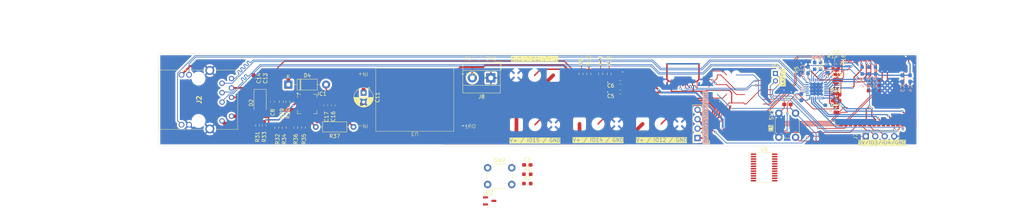
<source format=kicad_pcb>
(kicad_pcb (version 20241229) (generator "pcbnew") (generator_version "9.0")
  (layers (0 "F.Cu" signal) (2 "B.Cu" signal) (13 "F.Paste" user) (15 "B.Paste" user) (5 "F.SilkS" user "F.Silkscreen") (7 "B.SilkS" user "B.Silkscreen") (1 "F.Mask" user) (3 "B.Mask" user) (25 "Edge.Cuts" user))
  (net 0 "")
  (net 1 "GND")
  (net 2 "+5V")
  (net 3 "EN")
  (net 4 "+3.3V")
  (net 5 "Net-(U4-VDDCR)")
  (net 6 "V-")
  (net 7 "V+")
  (net 8 "Net-(J1-Pin_2)")
  (net 9 "TD-")
  (net 10 "TD+")
  (net 11 "RD+")
  (net 12 "LED2")
  (net 13 "LED1")
  (net 14 "RD-")
  (net 15 "Net-(J3-Pin_2)")
  (net 16 "Net-(J4-Pin_2)")
  (net 17 "Net-(J5-Pin_2)")
  (net 18 "GPIOOUT3")
  (net 19 "GPIOOUT4")
  (net 20 "IO0")
  (net 21 "Net-(U4-RBIAS)")
  (net 22 "Net-(U4-LED1{slash}~{REGOFF})")
  (net 23 "Net-(U4-~{RST})")
  (net 24 "Net-(U4-LED2{slash}~{INTSEL})")
  (net 25 "Net-(U4-COL{slash}CRS_DV{slash}~{MODE2})")
  (net 26 "IO27")
  (net 27 "Net-(U4-RXCLK{slash}~{PHYAD1})")
  (net 28 "Net-(U4-RXER{slash}RXD4{slash}~{PHYAD0})")
  (net 29 "Net-(U4-RXD3{slash}~{PHYAD2})")
  (net 30 "Net-(U4-RXD2{slash}~{RMIISEL})")
  (net 31 "IO26")
  (net 32 "IO25")
  (net 33 "Net-(D4-A)")
  (net 34 "Net-(IC1-VC_OUT)")
  (net 35 "Net-(R29-Pad1)")
  (net 36 "Net-(IC1-DEN)")
  (net 37 "Net-(R31-Pad2)")
  (net 38 "Net-(IC1-CLSB)")
  (net 39 "Net-(IC1-CLSA)")
  (net 42 "CHANNEL1")
  (net 43 "BRKOUT4")
  (net 46 "CHANNEL2")
  (net 48 "BRKOUT3")
  (net 49 "CHANNEL4")
  (net 51 "IO22")
  (net 52 "RX")
  (net 53 "IO19")
  (net 54 "BRKOUT1")
  (net 57 "TX")
  (net 58 "BRKOUT2")
  (net 59 "CHANNEL3")
  (net 60 "CLK")
  (net 64 "IO21")
  (net 69 "Net-(IC1-REF)")
  (net 70 "Net-(IC1-AMPS_CTL)")
  (net 71 "IO18")
  (net 72 "IO23")
  (net 73 "Net-(J9-Pin_1)")
  (net 74 "Net-(J9-Pin_4)")
  (net 75 "Net-(J9-Pin_3)")
  (net 76 "Net-(J9-Pin_2)")
  (footprint "Capacitor_THT:CP_Radial_D5.0mm_P2.50mm" (layer "F.Cu") (at 116.2 129.594887 -90)
    (property "Reference" "C11")
    (property "Value" "10uF")
  )
  (footprint "Resistor_SMD:R_0603_1608Metric_Pad0.98x0.95mm_HandSolder" (layer "F.Cu") (at 97.89 139 -90)
    (property "Reference" "R36")
    (property "Value" "100k")
  )
  (footprint "Package_SO:TSSOP-24_4.4x7.8mm_P0.65mm" (layer "F.Cu") (at 224.1575 149.735)
    (property "Reference" "U5")
    (property "Value" "SN74LVC8T245")
  )
  (footprint "Button_Switch_THT:SW_PUSH_6mm_H4.3mm" (layer "F.Cu") (at 149.6275 149.82)
    (property "Reference" "SW2")
    (property "Value" "SW_Push")
  )
  (footprint "Diode_THT:D_DO-41_SOD81_P10.16mm_Horizontal" (layer "F.Cu") (at 95.92 127.4)
    (property "Reference" "D4")
    (property "Value" "1N4742-12V")
  )
  (footprint "Resistor_SMD:R_0603_1608Metric_Pad0.98x0.95mm_HandSolder" (layer "F.Cu") (at 95.8 132 90)
    (property "Reference" "R30")
    (property "Value" "7.5k")
  )
  (footprint "Resistor_SMD:R_0603_1608Metric_Pad0.98x0.95mm_HandSolder" (layer "F.Cu") (at 180.07 124.4875 90)
    (property "Reference" "R11")
    (property "Value" "10k")
  )
  (footprint "Capacitor_SMD:C_0603_1608Metric_Pad1.08x0.95mm_HandSolder" (layer "F.Cu") (at 108 133 -90)
    (property "Reference" "C16")
    (property "Value" ".1uF")
  )
  (footprint "Connector_PinSocket_2.54mm:PinSocket_1x04_P2.54mm_Vertical" (layer "F.Cu") (at 206.2 141.8 180)
    (property "Reference" "J9")
    (property "Value" "Conn_01x04")
  )
  (footprint "Capacitor_SMD:C_0603_1608Metric_Pad1.08x0.95mm_HandSolder" (layer "F.Cu") (at 185.4 129.4 180)
    (property "Reference" "C5")
    (property "Value" "1uF")
  )
  (footprint "Resistor_SMD:R_0603_1608Metric_Pad0.98x0.95mm_HandSolder" (layer "F.Cu") (at 87.6 138.4 -90)
    (property "Reference" "R31")
    (property "Value" "62")
  )
  (footprint "Resistor_SMD:R_0603_1608Metric_Pad0.98x0.95mm_HandSolder" (layer "F.Cu") (at 242.605 121.8375 90)
    (property "Reference" "R17")
    (property "Value" "3k")
  )
  (footprint "RF_Module:ESP32-WROOM-32E" (layer "F.Cu") (at 256.13 129.15 -90)
    (property "Reference" "U1")
    (property "Value" "ESP32-WROOM-32E")
  )
  (footprint "Capacitor_SMD:C_0603_1608Metric_Pad1.08x0.95mm_HandSolder" (layer "F.Cu") (at 185.4 126.8 180)
    (property "Reference" "C6")
    (property "Value" "1uF")
  )
  (footprint "Package_TO_SOT_SMD:SOT-23-3" (layer "F.Cu") (at 150.1775 158.745)
    (property "Reference" "U2")
    (property "Value" "XC6206PxxxMR")
  )
  (footprint "Capacitor_SMD:C_0603_1608Metric_Pad1.08x0.95mm_HandSolder" (layer "F.Cu") (at 160.3275 149.05)
    (property "Reference" "C1")
    (property "Value" "2.2uF")
  )
  (footprint "Resistor_SMD:R_0603_1608Metric_Pad0.98x0.95mm_HandSolder" (layer "F.Cu") (at 244.175 121.8375 90)
    (property "Reference" "R18")
    (property "Value" "3k")
  )
  (footprint "Resistor_SMD:R_0603_1608Metric_Pad0.98x0.95mm_HandSolder" (layer "F.Cu") (at 240.805 121.8375 90)
    (property "Reference" "R15")
    (property "Value" "3k")
  )
  (footprint "Connector_PinHeader_2.00mm:PinHeader_1x02_P2.00mm_Vertical" (layer "F.Cu") (at 227.2 124.4)
    (property "Reference" "J10")
    (property "Value" "Conn_01x02")
  )
  (footprint "Resistor_SMD:R_0603_1608Metric_Pad0.98x0.95mm_HandSolder" (layer "F.Cu") (at 176.9 124.5 90)
    (property "Reference" "R10")
    (property "Value" "10k")
  )
  (footprint "Resistor_SMD:R_0603_1608Metric_Pad0.98x0.95mm_HandSolder" (layer "F.Cu") (at 182.4 124.4875 90)
    (property "Reference" "R12")
    (property "Value" "10k")
  )
  (footprint "custom:7499211125" (layer "F.Cu") (at 80.59 125.77 90)
    (property "Reference" "J2")
    (property "Value" "WE-RJ45LAN 10/100BaseT PoE" (hide yes))
  )
  (footprint "Resistor_SMD:R_0603_1608Metric_Pad0.98x0.95mm_HandSolder" (layer "F.Cu") (at 160.3275 151.56)
    (property "Reference" "R1")
    (property "Value" "10k")
  )
  (footprint "Capacitor_SMD:C_0603_1608Metric_Pad1.08x0.95mm_HandSolder" (layer "F.Cu") (at 230.4375 132.75 180)
    (property "Reference" "C2")
    (property "Value" "2.2uF")
  )
  (footprint "Capacitor_SMD:C_0603_1608Metric_Pad1.08x0.95mm_HandSolder" (layer "F.Cu") (at 106 133 -90)
    (property "Reference" "C17")
    (property "Value" "1uF")
  )
  (footprint "Resistor_SMD:R_0603_1608Metric_Pad0.98x0.95mm_HandSolder" (layer "F.Cu") (at 243.575 131.75)
    (property "Reference" "R13")
    (property "Value" "3k")
  )
  (footprint "Resistor_SMD:R_0603_1608Metric_Pad0.98x0.95mm_HandSolder" (layer "F.Cu") (at 89.4 138.4 -90)
    (property "Reference" "R33")
    (property "Value" "1")
  )
  (footprint "Capacitor_SMD:C_0603_1608Metric_Pad1.08x0.95mm_HandSolder" (layer "F.Cu") (at 86.5 125.7 -90)
    (property "Reference" "C14")
    (property "Value" "10uF")
  )
  (footprint "Resistor_SMD:R_0603_1608Metric_Pad0.98x0.95mm_HandSolder" (layer "F.Cu") (at 243.575 130.15)
    (property "Reference" "R16")
    (property "Value" "3k")
  )
  (footprint "Resistor_SMD:R_0603_1608Metric_Pad0.98x0.95mm_HandSolder" (layer "F.Cu") (at 174.8 124.5 90)
    (property "Reference" "R9")
    (property "Value" "10k")
  )
  (footprint "TerminalBlock_MetzConnect:TerminalBlock_MetzConnect_Type055_RT01502HDWU_1x02_P5.00mm_Horizontal" (layer "F.Cu") (at 150.5 125.6 180)
    (property "Reference" "J8")
    (property "Value" "Conn_01x02")
  )
  (footprint "Resistor_SMD:R_0603_1608Metric_Pad0.98x0.95mm_HandSolder" (layer "F.Cu") (at 100 139 -90)
    (property "Reference" "R35")
    (property "Value" "100k")
  )
  (footprint "Diode_SMD:D_SMA" (layer "F.Cu") (at 88.3 132.2 -90)
    (property "Reference" "D2")
    (property "Value" "SMAJ58A")
  )
  (footprint "Resistor_SMD:R_0603_1608Metric_Pad0.98x0.95mm_HandSolder" (layer "F.Cu") (at 94 132 90)
    (property "Reference" "R29")
    (property "Value" "18k")
  )
  (footprint "Package_DFN_QFN:Texas_RGW0020A_VQFN-20-1EP_5x5mm_P0.65mm_EP3.15x3.15mm" (layer "F.Cu") (at 101 132.6375)
    (property "Reference" "IC1")
    (property "Value" "TPS2373-4RGWR")
  )
  (footprint "custom:Mini_DC-DC_Buck" (layer "F.Cu") (at 130 140 180)
    (property "Reference" "U3")
    (property "Value" "~")
  )
  (footprint "Resistor_THT:R_Axial_DIN0207_L6.3mm_D2.5mm_P10.16mm_Horizontal" (layer "F.Cu") (at 113.48 138.8 180)
    (property "Reference" "R37")
    (property "Value" "1.3k")
  )
  (footprint "Capacitor_SMD:C_0603_1608Metric_Pad1.08x0.95mm_HandSolder" (layer "F.Cu") (at 88.3 125.7 -90)
    (property "Reference" "C13")
    (property "Value" "10uF" (hide yes))
  )
  (footprint "Resistor_SMD:R_0603_1608Metric_Pad0.98x0.95mm_HandSolder" (layer "F.Cu") (at 92.8 139 -90)
    (property "Reference" "R32")
    (property "Value" "1k")
  )
  (footprint "Capacitor_SMD:C_0603_1608Metric_Pad1.08x0.95mm_HandSolder" (layer "F.Cu") (at 243.975 126.15)
    (property "Reference" "C10")
    (property "Value" "1uF")
  )
  (footprint "Button_Switch_THT:SW_PUSH_6mm_H4.3mm" (layer "F.Cu") (at 228.125 141.6 90)
    (property "Reference" "SW1")
    (property "Value" "SW_Push")
  )
  (footprint "Capacitor_SMD:C_0603_1608Metric_Pad1.08x0.95mm_HandSolder" (layer "F.Cu") (at 91.6 132 -90)
    (property "Reference" "C8")
    (property "Value" ".1uF")
  )
  (footprint "Resistor_SMD:R_0603_1608Metric_Pad0.98x0.95mm_HandSolder" (layer "F.Cu") (at 160.3275 154.07)
    (property "Reference" "R2")
    (property "Value" "10k")
  )
  (footprint "Resistor_SMD:R_0603_1608Metric_Pad0.98x0.95mm_HandSolder" (layer "F.Cu") (at 94.8 139 -90)
    (property "Reference" "R34")
    (property "Value" "100")
  )
  (footprint "Resistor_SMD:R_0603_1608Metric_Pad0.98x0.95mm_HandSolder" (layer "F.Cu") (at 234.175 123.4375 -90)
    (property "Reference" "R5")
    (property "Value" "12k")
  )
  (footprint "Connector_PinSocket_2.54mm:PinSocket_1x04_P2.54mm_Vertical" (layer "F.Cu") (at 251.575 141.325 90)
    (property "Reference" "J7")
    (property "Value" "Conn_01x04")
  )
  (footprint "Resistor_SMD:R_0603_1608Metric_Pad0.98x0.95mm_HandSolder" (layer "B.Cu") (at 237.775 122.35 90)
    (property "Reference" "R8")
    (property "Value" "300")
  )
  (footprint "Package_DFN_QFN:QFN-32-1EP_5x5mm_P0.5mm_EP3.3x3.3mm_ThermalVias" (layer "B.Cu") (at 238.225 128.6 -90)
    (property "Reference" "U4")
    (property "Value" "LAN8710A")
  )
  (footprint "Resistor_SMD:R_0603_1608Metric_Pad0.98x0.95mm_HandSolder" (layer "B.Cu") (at 250.575 123.6125 -90)
    (property "Reference" "R14")
    (property "Value" "3k")
  )
  (footprint "Capacitor_SMD:C_0603_1608Metric_Pad1.08x0.95mm_HandSolder" (layer "B.Cu") (at 263.485 125.75 -90)
    (property "Reference" "C4")
    (property "Value" "10uF")
  )
  (footprint "Resistor_SMD:R_0603_1608Metric_Pad0.98x0.95mm_HandSolder" (layer "B.Cu") (at 239.375 122.35 -90)
    (property "Reference" "R6")
    (property "Value" "300")
  )
  (footprint "Capacitor_SMD:C_0603_1608Metric_Pad1.08x0.95mm_HandSolder" (layer "B.Cu") (at 235.975 123.4875 -90)
    (property "Reference" "C12")
    (property "Value" "10uF")
  )
  (footprint "Capacitor_SMD:C_0603_1608Metric_Pad1.08x0.95mm_HandSolder" (layer "B.Cu") (at 261.375 125.75 -90)
    (property "Reference" "C3")
    (property "Value" "10uF")
  )
  (footprint "Resistor_SMD:R_0603_1608Metric_Pad0.98x0.95mm_HandSolder" (layer "B.Cu") (at 254.175 123.6125 -90)
    (property "Reference" "R20")
    (property "Value" "3k")
  )
  (footprint "Resistor_SMD:R_0603_1608Metric_Pad0.98x0.95mm_HandSolder" (layer "B.Cu") (at 241.575 132.95)
    (property "Reference" "R7")
    (property "Value" "12k")
  )
  (footprint "Capacitor_SMD:C_0603_1608Metric_Pad1.08x0.95mm_HandSolder" (layer "B.Cu") (at 241.375 123.35 90)
    (property "Reference" "C7")
    (property "Value" "1uF")
  )
  (footprint "Capacitor_SMD:C_0603_1608Metric_Pad1.08x0.95mm_HandSolder" (layer "B.Cu") (at 234.175 130.75 -90)
    (property "Reference" "C9")
    (property "Value" "1uF")
  )
  (footprint "Resistor_SMD:R_0603_1608Metric_Pad0.98x0.95mm_HandSolder" (layer "B.Cu") (at 252.375 123.6125 -90)
    (property "Reference" "R19")
    (property "Value" "3k")
  )
  (gr_rect (start 60.9 119) (end 265.7 144) (stroke (width 0.05)) (fill no) (layer "Edge.Cuts"))
  (gr_text "GND / +5V" (at 152.1 119.7 180) (layer "F.SilkS") (effects (font (size 1 1) (thickness 0.1)) (justify left bottom)))
  (gr_text "V+ / IO12 / GND" (at 189.6 142.9 0) (layer "F.SilkS" knockout) (effects (font (size 1 1) (thickness 0.1)) (justify left bottom)))
  (gr_text "EN" (at 226.6 140.2 90) (layer "F.SilkS" knockout) (effects (font (size 1 1) (thickness 0.1)) (justify left bottom)))
  (gr_text "V+ / IO15 / GND" (at 155.5 143 0) (layer "F.SilkS" knockout) (effects (font (size 1 1) (thickness 0.1)) (justify left bottom)))
  (gr_text "TX/RX" (at 229.7 127.9 90) (layer "F.SilkS" knockout) (effects (font (size 1 1) (thickness 0.1)) (justify left bottom)))
  (gr_text "5V/IO3/IO4/GND" (at 249.4 143.6 0) (layer "F.SilkS" knockout) (effects (font (size 1 1) (thickness 0.1)) (justify left bottom)))
  (gr_text "V+ / IO2 / GND" (at 168.7 119.9 180) (layer "F.SilkS" knockout) (effects (font (size 1 1) (thickness 0.1)) (justify left bottom)))
  (gr_text "V+ / IO14 / GND" (at 172.5 142.9 0) (layer "F.SilkS" knockout) (effects (font (size 1 1) (thickness 0.1)) (justify left bottom)))
  (gr_text "IO4/IO32/IO33/NC" (at 207.8 143.7 270) (layer "B.SilkS" knockout) (effects (font (size 1 1) (thickness 0.1)) (justify left bottom mirror)))
  (segment (start 214.8625 134.675) (end 214.8625 133.45) (width 0.4) (layer "F.Cu") (net 0))
  (segment (start 222.105 126.295) (end 222 126.4) (width 0.2) (layer "F.Cu") (net 0))
  (segment (start 203.53 127.6425) (end 203.53 126.545) (width 0.2) (layer "F.Cu") (net 0))
  (segment (start 213.01 131.05) (end 210.454163 131.05) (width 0.2) (layer "F.Cu") (net 0))
  (segment (start 201.53 126.545) (end 201.53 128.33) (width 0.2) (layer "F.Cu") (net 0))
  (segment (start 213.01 123.75) (end 214.06 124.8) (width 0.2) (layer "F.Cu") (net 0))
  (segment (start 204.2875 128.4) (end 203.53 127.6425) (width 0.2) (layer "F.Cu") (net 0))
  (segment (start 209.65 123.75) (end 213.01 123.75) (width 0.2) (layer "F.Cu") (net 0))
  (segment (start 202.53 125.8) (end 202.53 126.545) (width 0.2) (layer "F.Cu") (net 0))
  (segment (start 210.025 126.025) (end 210.175735 126.175735) (width 0.2) (layer "F.Cu") (net 0))
  (segment (start 222 127.6) (end 223.84 127.6) (width 0.2) (layer "F.Cu") (net 0))
  (segment (start 214.8625 133.45) (end 215.1125 133.2) (width 0.4) (layer "F.Cu") (net 0))
  (segment (start 201.53 126.545) (end 201.53 125.72) (width 0.2) (layer "F.Cu") (net 0))
  (segment (start 203 127.44) (end 202.98 127.42) (width 0.2) (layer "F.Cu") (net 0))
  (segment (start 211.52 125.68) (end 209.2 128) (width 0.2) (layer "F.Cu") (net 0))
  (segment (start 201.58 125.67) (end 202.4 125.67) (width 0.2) (layer "F.Cu") (net 0))
  (segment (start 202.03 126.545) (end 202.03 127.37) (width 0.2) (layer "F.Cu") (net 0))
  (segment (start 209.2 124.2) (end 209.65 123.75) (width 0.2) (layer "F.Cu") (net 0))
  (segment (start 214.06 130) (end 213.01 131.05) (width 0.2) (layer "F.Cu") (net 0))
  (segment (start 211.024265 127.024265) (end 211.4 127.4) (width 0.2) (layer "F.Cu") (net 0))
  (segment (start 202.98 127.42) (end 203.03 127.37) (width 0.2) (layer "F.Cu") (net 0))
  (segment (start 203.03 127.37) (end 203.03 126.545) (width 0.2) (layer "F.Cu") (net 0))
  (segment (start 200.53 127.67) (end 200.53 126.545) (width 0.2) (layer "F.Cu") (net 0))
  (segment (start 210.454163 131.05) (end 209.229163 129.825) (width 0.2) (layer "F.Cu") (net 0))
  (segment (start 216.505 128.835) (end 218.925 128.835) (width 0.2) (layer "F.Cu") (net 0))
  (segment (start 201.53 128.33) (end 201.6 128.4) (width 0.2) (layer "F.Cu") (net 0))
  (segment (start 218.925 130.105) (end 216.705 130.105) (width 0.2) (layer "F.Cu") (net 0))
  (segment (start 211.52 124.8) (end 212.47 124.8) (width 0.2) (layer "F.Cu") (net 0))
  (segment (start 202.08 127.42) (end 202.98 127.42) (width 0.2) (layer "F.Cu") (net 0))
  (segment (start 202.4 125.67) (end 202.53 125.8) (width 0.2) (layer "F.Cu") (net 0))
  (segment (start 209.2 126.025) (end 210.025 126.025) (width 0.2) (layer "F.Cu") (net 0))
  (segment (start 209.229163 129.825) (end 209.2 129.825) (width 0.2) (layer "F.Cu") (net 0))
  (segment (start 199.9125 128.2875) (end 200.53 127.67) (width 0.2) (layer "F.Cu") (net 0))
  (segment (start 211.52 124.8) (end 211.52 125.68) (width 0.2) (layer "F.Cu") (net 0))
  (segment (start 203 128.4) (end 203 127.44) (width 0.2) (layer "F.Cu") (net 0))
  (segment (start 216.705 130.105) (end 216.6 130) (width 0.2) (layer "F.Cu") (net 0))
  (segment (start 211.4 127.4) (end 214 127.4) (width 0.2) (layer "F.Cu") (net 0))
  (segment (start 212.47 124.8) (end 216.505 128.835) (width 0.2) (layer "F.Cu") (net 0))
  (segment (start 202.03 127.37) (end 202.08 127.42) (width 0.2) (layer "F.Cu") (net 0))
  (segment (start 223.875 126.295) (end 222.105 126.295) (width 0.2) (layer "F.Cu") (net 0))
  (segment (start 201.53 125.72) (end 201.58 125.67) (width 0.2) (layer "F.Cu") (net 0))
  (segment (start 199.9125 128.4) (end 199.9125 128.2875) (width 0.2) (layer "F.Cu") (net 0))
  (segment (start 214 127.4) (end 216.6 130) (width 0.2) (layer "F.Cu") (net 0))
  (segment (start 223.84 127.6) (end 223.875 127.565) (width 0.2) (layer "F.Cu") (net 0))
  (via (at 211.024265 127.024265) (size 0.6) (drill 0.3) (layers "F.Cu" "B.Cu") (net 0))
  (via (at 201.6 128.4) (size 0.6) (drill 0.3) (layers "F.Cu" "B.Cu") (net 0))
  (via (at 222 126.4) (size 0.6) (drill 0.3) (layers "F.Cu" "B.Cu") (net 0))
  (via (at 210.175735 126.175735) (size 0.6) (drill 0.3) (layers "F.Cu" "B.Cu") (net 0))
  (via (at 203 128.4) (size 0.6) (drill 0.3) (layers "F.Cu" "B.Cu") (net 0))
  (via (at 222 127.6) (size 0.6) (drill 0.3) (layers "F.Cu" "B.Cu") (net 0))
  (segment (start 205.123873 128.16) (end 205.123873 127.870812) (width 0.2) (layer "B.Cu") (net 0))
  (segment (start 205.963873 128.4) (end 206.083873 128.4) (width 0.2) (layer "B.Cu") (net 0))
  (segment (start 210.175735 126.175735) (end 211.024265 127.024265) (width 0.2) (layer "B.Cu") (net 0))
  (segment (start 205.723873 127.870812) (end 205.723873 128.16) (width 0.2) (layer "B.Cu") (net 0))
  (segment (start 202.2 129) (end 203.248529 129) (width 0.2) (layer "B.Cu") (net 0))
  (segment (start 219.565686 128.8) (end 220.765686 127.6) (width 0.2) (layer "B.Cu") (net 0))
  (segment (start 203 128.4) (end 203.683873 128.4) (width 0.2) (layer "B.Cu") (net 0))
  (segment (start 220.765686 127.6) (end 222 127.6) (width 0.2) (layer "B.Cu") (net 0))
  (segment (start 204.763873 128.4) (end 204.883873 128.4) (width 0.2) (layer "B.Cu") (net 0))
  (segment (start 207.556082 128.4) (end 219.4 128.4) (width 0.2) (layer "B.Cu") (net 0))
  (segment (start 204.523873 127.870812) (end 204.523873 128.16) (width 0.2) (layer "B.Cu") (net 0))
  (segment (start 203.923873 128.16) (end 203.923873 127.870812) (width 0.2) (layer "B.Cu") (net 0))
  (segment (start 203.248529 129) (end 203.448529 128.8) (width 0.2) (layer "B.Cu") (net 0))
  (segment (start 219.4 128.4) (end 221.4 126.4) (width 0.2) (layer "B.Cu") (net 0))
  (segment (start 205.363873 127.630812) (end 205.483873 127.630812) (width 0.2) (layer "B.Cu") (net 0))
  (segment (start 206.083873 128.4) (end 207.556082 128.4) (width 0.2) (layer "B.Cu") (net 0))
  (segment (start 221.4 126.4) (end 222 126.4) (width 0.2) (layer "B.Cu") (net 0))
  (segment (start 203.448529 128.8) (end 219.565686 128.8) (width 0.2) (layer "B.Cu") (net 0))
  (segment (start 201.6 128.4) (end 202.2 129) (width 0.2) (layer "B.Cu") (net 0))
  (segment (start 204.163873 127.630812) (end 204.283873 127.630812) (width 0.2) (layer "B.Cu") (net 0))
  (arc (start 203.923873 127.870812) (mid 203.994167 127.701106) (end 204.163873 127.630812) (width 0.2) (layer "B.Cu") (net 0))
  (arc (start 203.683873 128.4) (mid 203.853579 128.329706) (end 203.923873 128.16) (width 0.2) (layer "B.Cu") (net 0))
  (arc (start 204.523873 128.16) (mid 204.594167 128.329706) (end 204.763873 128.4) (width 0.2) (layer "B.Cu") (net 0))
  (arc (start 205.123873 127.870812) (mid 205.194167 127.701106) (end 205.363873 127.630812) (width 0.2) (layer "B.Cu") (net 0))
  (arc (start 204.883873 128.4) (mid 205.053579 128.329706) (end 205.123873 128.16) (width 0.2) (layer "B.Cu") (net 0))
  (arc (start 205.483873 127.630812) (mid 205.653579 127.701106) (end 205.723873 127.870812) (width 0.2) (layer "B.Cu") (net 0))
  (arc (start 204.283873 127.630812) (mid 204.453579 127.701106) (end 204.523873 127.870812) (width 0.2) (layer "B.Cu") (net 0))
  (arc (start 205.723873 128.16) (mid 205.794167 128.329706) (end 205.963873 128.4) (width 0.2) (layer "B.Cu") (net 0))
  (segment (start 143.1 138.5) (end 143.8 138.5) (width 1) (layer "F.Cu") (net 1))
  (segment (start 229.5 128.9) (end 229.448529 128.9) (width 0.2) (layer "F.Cu") (net 1))
  (segment (start 209.1375 134.675) (end 209.1375 134.5375) (width 0.4) (layer "F.Cu") (net 1))
  (segment (start 198.525 126.545) (end 197.96 125.98) (width 0.4) (layer "F.Cu") (net 1))
  (segment (start 213.2875 133.2) (end 213.2875 133.0875) (width 0.4) (layer "F.Cu") (net 1))
  (segment (start 257.36 123.84) (end 257.4 123.8) (width 0.3) (layer "F.Cu") (net 1))
  (segment (start 198.0875 126.1075) (end 197.96 125.98) (width 0.2) (layer "F.Cu") (net 1))
  (segment (start 206.1125 126.4675) (end 206.6 125.98) (width 0.2) (layer "F.Cu") (net 1))
  (segment (start 206.1125 128.4) (end 206.1125 126.4675) (width 0.2) (layer "F.Cu") (net 1))
  (segment (start 261.905 141.325) (end 264.38 138.85) (width 0.2) (layer "F.Cu") (net 1))
  (segment (start 242.605 120.925) (end 241.7175 120.925) (width 0.2) (layer "F.Cu") (net 1))
  (segment (start 259.195 141.325) (end 261.905 141.325) (width 0.2) (layer "F.Cu") (net 1))
  (segment (start 103.3625 133.9375) (end 103.3625 134.4375) (width 1) (layer "F.Cu") (net 1))
  (segment (start 90.0375 124.8375) (end 90.1 124.9) (width 0.5) (layer "F.Cu") (net 1))
  (segment (start 225.703529 132.645) (end 223.875 132.645) (width 0.2) (layer "F.Cu") (net 1))
  (segment (start 184.5375 129.4) (end 182 129.4) (width 0.5) (layer "F.Cu") (net 1))
  (segment (start 255.96 123.86) (end 255.9 123.8) (width 0.3) (layer "F.Cu") (net 1))
  (segment (start 234.175 122.525) (end 234.175 121.55) (width 0.2) (layer "F.Cu") (net 1))
  (segment (start 103.3625 133.9375) (end 103.425 134) (width 1) (layer "F.Cu") (net 1))
  (segment (start 264.7 122.1) (end 264.38 121.78) (width 0.3) (layer "F.Cu") (net 1))
  (segment (start 198.0875 128.4) (end 198.0875 126.1075) (width 0.2) (layer "F.Cu") (net 1))
  (segment (start 206.6 125.98) (end 206.6 121.8) (width 0.4) (layer "F.Cu") (net 1))
  (segment (start 186.1 124.1) (end 186 124) (width 0.5) (layer "F.Cu") (net 1))
  (segment (start 112.125 134) (end 113.525 135.4) (width 1) (layer "F.Cu") (net 1))
  (segment (start 113.525 135.4) (end 116.575 138.45) (width 1) (layer "F.Cu") (net 1))
  (segment (start 264.38 138.85) (end 264.38 137.9) (width 0.2) (layer "F.Cu") (net 1))
  (segment (start 140.5 138.5) (end 143.1 138.5) (width 1) (layer "F.Cu") (net 1))
  (segment (start 206.035 126.545) (end 206.6 125.98) (width 0.4) (layer "F.Cu") (net 1))
  (segment (start 103.425 134) (end 112.125 134) (width 1) (layer "F.Cu") (net 1))
  (segment (start 246.645254 123.44) (end 247.642627 122.442627) (width 0.2) (layer "F.Cu") (net 1))
  (segment (start 102.8 135) (end 102.525 135) (width 1) (layer "F.Cu") (net 1))
  (segment (start 113.525 134.769887) (end 116.2 132.094887) (width 1) (layer "F.Cu") (net 1))
  (segment (start 245.57 123.54) (end 245.67 123.44) (width 0.2) (layer "F.Cu") (net 1))
  (segment (start 246.62 123.44) (end 246.645254 123.44) (width 0.2) (layer "F.Cu") (net 1))
  (segment (start 198.93 126.545) (end 198.525 126.545) (width 0.4) (layer "F.Cu") (net 1))
  (segment (start 228.125 135.1) (end 229.575 133.65) (width 0.2) (layer "F.Cu") (net 1))
  (segment (start 257.36 126.25) (end 257.36 123.84) (width 0.3) (layer "F.Cu") (net 1))
  (segment (start 116.575 138.45) (end 119.5 138.45) (width 1) (layer "F.Cu") (net 1))
  (segment (start 88.3 124.8375) (end 90.0375 124.8375) (width 0.5) (layer "F.Cu") (net 1))
  (segment (start 197.96 125.98) (end 197.96 121.8) (width 0.4) (layer "F.Cu") (net 1))
  (segment (start 213.2875 133.0875) (end 212.2 132) (width 0.4) (layer "F.Cu") (net 1))
  (segment (start 209.1375 134.5375) (end 208.4 133.8) (width 0.4) (layer "F.Cu") (net 1))
  (segment (start 240.805 120.925) (end 241.4925 120.925) (width 0.2) (layer "F.Cu") (net 1))
  (segment (start 229.4 128.8) (end 228.125 128.8) (width 0.2) (layer "F.Cu") (net 1))
  (segment (start 184.5375 126.8) (end 182 126.8) (width 0.5) (layer "F.Cu") (net 1))
  (segment (start 103.3625 133.9375) (end 103.3625 133.5125) (width 1) (layer "F.Cu") (net 1))
  (segment (start 244.8375 129.8) (end 244.4875 130.15) (width 0.2) (layer "F.Cu") (net 1))
  (segment (start 245.57 125.4175) (end 245.57 123.54) (width 0.2) (layer "F.Cu") (net 1))
  (segment (start 244.8375 126.15) (end 245.57 125.4175) (width 0.2) (layer "F.Cu") (net 1))
  (segment (start 229.575 131.239216) (end 231.450858 129.363358) (width 0.2) (layer "F.Cu") (net 1))
  (segment (start 188.85 124.1) (end 186.1 124.1) (width 0.5) (layer "F.Cu") (net 1))
  (segment (start 255.96 126.25) (end 255.96 123.86) (width 0.3) (layer "F.Cu") (net 1))
  (segment (start 264.38 121.78) (end 264.38 120.4) (width 0.3) (layer "F.Cu") (net 1))
  (segment (start 86.5 124.8375) (end 88.3 124.8375) (width 0.5) (layer "F.Cu") (net 1))
  (segment (start 69.48 122.41) (end 67.13 124.76) (width 0.5) (layer "F.Cu") (net 1))
  (segment (start 229.575 132.75) (end 229.575 131.239216) (width 0.2) (layer "F.Cu") (net 1))
  (segment (start 74.75 123.61) (end 73.55 122.41) (width 0.5) (layer "F.Cu") (net 1))
  (segment (start 144.5 138.5) (end 144.6 138.6) (width 1) (layer "F.Cu") (net 1))
  (segment (start 73.55 122.41) (end 69.48 122.41) (width 0.5) (layer "F.Cu") (net 1))
  (segment (start 143.8 138.5) (end 144.5 138.5) (width 1) (layer "F.Cu") (net 1))
  (segment (start 205.63 126.545) (end 206.035 126.545) (width 0.4) (layer "F.Cu") (net 1))
  (segment (start 229.448529 128.9) (end 225.703529 132.645) (width 0.2) (layer "F.Cu") (net 1))
  (segment (start 113.525 135.4) (end 113.525 134.769887) (width 1) (layer "F.Cu") (net 1))
  (segment (start 103.3625 134.4375) (end 102.8 135) (width 1) (layer "F.Cu") (net 1))
  (segment (start 245.67 123.44) (end 246.62 123.44) (width 0.2) (layer "F.Cu") (net 1))
  (segment (start 229.575 133.65) (end 229.575 132.75) (width 0.2) (layer "F.Cu") (net 1))
  (segment (start 229.5 128.9) (end 229.4 128.8) (width 0.2) (layer "F.Cu") (net 1))
  (segment (start 229.525 132.7) (end 229.575 132.75) (width 0.2) (layer "F.Cu") (net 1))
  (segment (start 244.8375 126.15) (end 244.8375 129.8) (width 0.2) (layer "F.Cu") (net 1))
  (via (at 234.175 121.55) (size 0.6) (drill 0.3) (layers "F.Cu" "B.Cu") (net 1))
  (via (at 212.2 132) (size 0.6) (drill 0.3) (layers "F.Cu" "B.Cu") (net 1))
  (via (at 264.7 122.1) (size 0.6) (drill 0.3) (layers "F.Cu" "B.Cu") (net 1))
  (via (at 144.6 138.6) (size 0.6) (drill 0.3) (layers "F.Cu" "B.Cu") (net 1))
  (via (at 143.8 138.5) (size 0.6) (drill 0.3) (layers "F.Cu" "B.Cu") (net 1))
  (via (at 90.1 124.9) (size 0.6) (drill 0.3) (layers "F.Cu" "B.Cu") (net 1))
  (via (at 182 126.8) (size 0.6) (drill 0.3) (layers "F.Cu" "B.Cu") (net 1))
  (via (at 257.4 123.8) (size 0.6) (drill 0.3) (layers "F.Cu" "B.Cu") (net 1))
  (via (at 143.1 138.5) (size 0.6) (drill 0.3) (layers "F.Cu" "B.Cu") (net 1))
  (via (at 255.9 123.8) (size 0.6) (drill 0.3) (layers "F.Cu" "B.Cu") (net 1))
  (via (at 186 124) (size 0.6) (drill 0.3) (layers "F.Cu" "B.Cu") (net 1))
  (via (at 229.5 128.9) (size 0.6) (drill 0.3) (layers "F.Cu" "B.Cu") (net 1))
  (via (at 231.450858 129.363358) (size 0.6) (drill 0.3) (layers "F.Cu" "B.Cu") (net 1))
  (via (at 182 129.4) (size 0.6) (drill 0.3) (layers "F.Cu" "B.Cu") (net 1))
  (via (at 247.642627 122.442627) (size 0.6) (drill 0.3) (layers "F.Cu" "B.Cu") (net 1))
  (via (at 241.605 121.0375) (size 0.6) (drill 0.3) (layers "F.Cu" "B.Cu") (net 1))
  (via (at 208.4 133.8) (size 0.6) (drill 0.3) (layers "F.Cu" "B.Cu") (net 1))
  (segment (start 240.4175 122.225) (end 236.375 122.225) (width 0.2) (layer "B.Cu") (net 1))
  (segment (start 228.125 141.6) (end 228.125 135.1) (width 1) (layer "B.Cu") (net 1))
  (segment (start 233.7 131.6125) (end 231.175 129.0875) (width 0.2) (layer "B.Cu") (net 1))
  (segment (start 212.2 132) (end 213.7 133.5) (width 0.4) (layer "B.Cu") (net 1))
  (segment (start 231.175 129.0875) (end 231.175 128.15) (width 0.2) (layer "B.Cu") (net 1))
  (segment (start 213.28995 139.9) (end 212.7 139.9) (width 0.4) (layer "B.Cu") (net 1))
  (segment (start 236.475 131.0375) (end 235.9 131.6125) (width 0.2) (layer "B.Cu") (net 1))
  (segment (start 236.375 122.225) (end 235.975 122.625) (width 0.2) (layer "B.Cu") (net 1))
  (segment (start 206.6 121.8) (end 197.96 121.8) (width 0.4) (layer "B.Cu") (net 1))
  (segment (start 213.7 139.48995) (end 213.28995 139.9) (width 0.4) (layer "B.Cu") (net 1))
  (segment (start 235.9 131.6125) (end 234.175 131.6125) (width 0.2) (layer "B.Cu") (net 1))
  (segment (start 235.7875 130.35) (end 236.475 130.35) (width 0.2) (layer "B.Cu") (net 1))
  (segment (start 236.475 130.35) (end 237.225 129.6) (width 0.2) (layer "B.Cu") (net 1))
  (segment (start 234.175 131.6125) (end 233.7 131.6125) (width 0.2) (layer "B.Cu") (net 1))
  (segment (start 236.475 131.0375) (end 236.475 130.35) (width 0.2) (layer "B.Cu") (net 1))
  (segment (start 208.4 135.6) (end 208.4 133.8) (width 0.4) (layer "B.Cu") (net 1))
  (segment (start 213.7 133.5) (end 213.7 139.48995) (width 0.4) (layer "B.Cu") (net 1))
  (segment (start 212.7 139.9) (end 208.4 135.6) (width 0.4) (layer "B.Cu") (net 1))
  (segment (start 241.605 121.0375) (end 240.4175 122.225) (width 0.2) (layer "B.Cu") (net 1))
  (segment (start 170 122.1) (end 176.2 128.3) (width 0.5) (layer "F.Cu") (net 2))
  (segment (start 186.2625 128.3375) (end 186.3 128.3) (width 0.5) (layer "F.Cu") (net 2))
  (segment (start 212.575 135.625) (end 212.575 137.174999) (width 0.2) (layer "F.Cu") (net 2))
  (segment (start 188.45 128.3) (end 188.85 128.7) (width 0.5) (layer "F.Cu") (net 2))
  (segment (start 218.925 132.645) (end 218.625001 132.345001) (width 0.2) (layer "F.Cu") (net 2))
  (segment (start 215.4 132.345001) (end 214.713277 132.345001) (width 0.2) (layer "F.Cu") (net 2))
  (segment (start 214.075 134.125) (end 212.575 135.625) (width 0.2) (layer "F.Cu") (net 2))
  (segment (start 218.625001 132.345001) (end 215.4 132.345001) (width 0.2) (layer "F.Cu") (net 2))
  (segment (start 204.83 127.47) (end 204.83 126.545) (width 0.3) (layer "F.Cu") (net 2))
  (segment (start 223.875 128.835) (end 223.080552 128.835) (width 0.2) (layer "F.Cu") (net 2))
  (segment (start 199.53 127.47) (end 199.517568 127.47) (width 0.3) (layer "F.Cu") (net 2))
  (segment (start 210.675 139.875) (end 209.1375 139.875) (width 0.2) (layer "F.Cu") (net 2))
  (segment (start 223.080552 128.835) (end 219.270552 132.645) (width 0.2) (layer "F.Cu") (net 2))
  (segment (start 149 122.1) (end 170 122.1) (width 0.5) (layer "F.Cu") (net 2))
  (segment (start 214.713277 132.345001) (end 214.075 132.983278) (width 0.2) (layer "F.Cu") (net 2))
  (segment (start 214.7 128.9) (end 215.4 129.6) (width 0.3) (layer "F.Cu") (net 2))
  (segment (start 186.3 128.3) (end 188.45 128.3) (width 0.5) (layer "F.Cu") (net 2))
  (segment (start 140.5 124.5) (end 142.3 122.7) (width 0.5) (layer "F.Cu") (net 2))
  (segment (start 212.575 137.174999) (end 209.874999 139.875) (width 0.2) (layer "F.Cu") (net 2))
  (segment (start 215.4 129.6) (end 215.4 132.345001) (width 0.3) (layer "F.Cu") (net 2))
  (segment (start 205.125 127.765) (end 204.83 127.47) (width 0.3) (layer "F.Cu") (net 2))
  (segment (start 186.2 129.3375) (end 186.2625 129.4) (width 0.5) (layer "F.Cu") (net 2))
  (segment (start 200.03 126.545) (end 200.03 126.97) (width 0.3) (layer "F.Cu") (net 2))
  (segment (start 226.4 128.8) (end 223.91 128.8) (width 0.2) (layer "F.Cu") (net 2))
  (segment (start 145.5 122.7) (end 148.4 122.7) (width 0.5) (layer "F.Cu") (net 2))
  (segment (start 186.2625 129.4) (end 186.2625 128.3375) (width 0.5) (layer "F.Cu") (net 2))
  (segment (start 204.787432 129.225) (end 208.475068 129.225) (width 0.3) (layer "F.Cu") (net 2))
  (segment (start 188.85 128.7) (end 189.675 129.525) (width 0.5) (layer "F.Cu") (net 2))
  (segment (start 204.787432 129.225) (end 205.125 128.887432) (width 0.3) (layer "F.Cu") (net 2))
  (segment (start 199.087432 129.525) (end 199.329289 129.283143) (width 0.5) (layer "F.Cu") (net 2))
  (segment (start 236.2 141.325) (end 251.575 141.325) (width 0.2) (layer "F.Cu") (net 2))
  (segment (start 189.675 129.525) (end 199.087432 129.525) (width 0.5) (layer "F.Cu") (net 2))
  (segment (start 219.270552 132.645) (end 218.925 132.645) (width 0.2) (layer "F.Cu") (net 2))
  (segment (start 223.91 128.8) (end 223.875 128.835) (width 0.2) (layer "F.Cu") (net 2))
  (segment (start 209.874999 139.875) (end 209.1375 139.875) (width 0.2) (layer "F.Cu") (net 2))
  (segment (start 142.3 122.7) (end 148.4 122.7) (width 0.5) (layer "F.Cu") (net 2))
  (segment (start 211 140.2) (end 210.675 139.875) (width 0.2) (layer "F.Cu") (net 2))
  (segment (start 145.5 125.6) (end 145.5 122.7) (width 0.5) (layer "F.Cu") (net 2))
  (segment (start 148.4 122.7) (end 149 122.1) (width 0.5) (layer "F.Cu") (net 2))
  (segment (start 208.475068 129.225) (end 208.800068 128.9) (width 0.3) (layer "F.Cu") (net 2))
  (segment (start 235.775 141.75) (end 236.2 141.325) (width 0.2) (layer "F.Cu") (net 2))
  (segment (start 208.800068 128.9) (end 214.7 128.9) (width 0.3) (layer "F.Cu") (net 2))
  (segment (start 199.075 128.887432) (end 199.412568 129.225) (width 0.3) (layer "F.Cu") (net 2))
  (segment (start 205.125 128.887432) (end 205.125 127.765) (width 0.3) (layer "F.Cu") (net 2))
  (segment (start 176.2 128.3) (end 186.3 128.3) (width 0.5) (layer "F.Cu") (net 2))
  (segment (start 199.517568 127.47) (end 199.075 127.912568) (width 0.3) (layer "F.Cu") (net 2))
  (segment (start 199.075 127.912568) (end 199.075 128.887432) (width 0.3) (layer "F.Cu") (net 2))
  (segment (start 199.412568 129.225) (end 204.787432 129.225) (width 0.3) (layer "F.Cu") (net 2))
  (segment (start 200.03 126.97) (end 199.53 127.47) (width 0.3) (layer "F.Cu") (net 2))
  (segment (start 214.075 132.983278) (end 214.075 134.125) (width 0.2) (layer "F.Cu") (net 2))
  (via (at 235.775 141.75) (size 0.6) (drill 0.3) (layers "F.Cu" "B.Cu") (net 2))
  (via (at 211 140.2) (size 0.6) (drill 0.3) (layers "F.Cu" "B.Cu") (net 2))
  (segment (start 235.775 141.75) (end 234.375 143.15) (width 0.2) (layer "B.Cu") (net 2))
  (segment (start 214 143.2) (end 211 140.2) (width 0.2) (layer "B.Cu") (net 2))
  (segment (start 234.375 143.15) (end 214.05 143.15) (width 0.2) (layer "B.Cu") (net 2))
  (segment (start 214.05 143.15) (end 214 143.2) (width 0.2) (layer "B.Cu") (net 2))
  (segment (start 231.3 133.775) (end 231.3 132.75) (width 0.2) (layer "F.Cu") (net 3))
  (segment (start 265.13 136.83) (end 265.13 138.87) (width 0.2) (layer "F.Cu") (net 3))
  (segment (start 232.625 135.1) (end 231.3 133.775) (width 0.2) (layer "F.Cu") (net 3))
  (segment (start 261.4 142.6) (end 238.175 142.6) (width 0.2) (layer "F.Cu") (net 3))
  (segment (start 233.625 142.6) (end 238.175 142.6) (width 0.2) (layer "F.Cu") (net 3))
  (segment (start 238.175 141.95) (end 238.175 142.6) (width 0.2) (layer "F.Cu") (net 3))
  (segment (start 265.13 138.87) (end 261.4 142.6) (width 0.2) (layer "F.Cu") (net 3))
  (segment (start 261.84 133.54) (end 265.13 136.83) (width 0.2) (layer "F.Cu") (net 3))
  (segment (start 261.84 120.4) (end 261.84 133.54) (width 0.2) (layer "F.Cu") (net 3))
  (segment (start 232.625 141.6) (end 233.625 142.6) (width 0.2) (layer "F.Cu") (net 3))
  (via (at 238.175 141.95) (size 0.6) (drill 0.3) (layers "F.Cu" "B.Cu") (net 3))
  (segment (start 215.32 133.8) (end 231.325 133.8) (width 0.2) (layer "B.Cu") (net 3))
  (segment (start 211.52 130) (end 215.32 133.8) (width 0.2) (layer "B.Cu") (net 3))
  (segment (start 238.175 140.65) (end 238.175 141.95) (width 0.2) (layer "B.Cu") (net 3))
  (segment (start 232.625 135.1) (end 238.175 140.65) (width 0.2) (layer "B.Cu") (net 3))
  (segment (start 231.325 133.8) (end 232.625 135.1) (width 0.2) (layer "B.Cu") (net 3))
  (segment (start 186.6625 126.4) (end 186.2625 126.8) (width 0.5) (layer "F.Cu") (net 4))
  (segment (start 180.07 125.4) (end 182.4 125.4) (width 0.5) (layer "F.Cu") (net 4))
  (segment (start 239.168482 126.15) (end 236.582944 123.564462) (width 0.3) (layer "F.Cu") (net 4))
  (segment (start 213 139.2) (end 213.675 139.875) (width 0.5) (layer "F.Cu") (net 4))
  (segment (start 232.775 129.95) (end 230.4125 132.3125) (width 0.2) (layer "F.Cu") (net 4))
  (segment (start 245.12 121.93) (end 245.12 121.87) (width 0.3) (layer "F.Cu") (net 4))
  (segment (start 184.8625 125.4) (end 186.2625 126.8) (width 0.5) (layer "F.Cu") (net 4))
  (segment (start 232.975 129.95) (end 232.775 129.95) (width 0.2) (layer "F.Cu") (net 4))
  (segment (start 230.4125 135.1125) (end 230.375 135.15) (width 0.2) (layer "F.Cu") (net 4))
  (segment (start 245.12 121.93) (end 245.5 121.55) (width 0.3) (layer "F.Cu") (net 4))
  (segment (start 230.4125 132.3125) (end 230.4125 135.1125) (width 0.2) (layer "F.Cu") (net 4))
  (segment (start 214.8625 139.875) (end 214.125001 139.875) (width 0.2) (layer "F.Cu") (net 4))
  (segment (start 213.675 139.875) (end 214.8625 139.875) (width 0.5) (layer "F.Cu") (net 4))
  (segment (start 195.625 128.775) (end 195.15 128.3) (width 0.5) (layer "F.Cu") (net 4))
  (segment (start 80.59 130.85) (end 84.0125 130.85) (width 0.5) (layer "F.Cu") (net 4))
  (segment (start 245.12 121.87) (end 244.175 120.925) (width 0.3) (layer "F.Cu") (net 4))
  (segment (start 242.834111 127.327332) (end 241.825 128.336443) (width 0.3) (layer "F.Cu") (net 4))
  (segment (start 242.834111 127.327332) (end 242.834111 126.428389) (width 0.3) (layer "F.Cu") (net 4))
  (segment (start 233.375 129.95) (end 237.375 133.95) (width 0.2) (layer "F.Cu") (net 4))
  (segment (start 80.6775 128.2225) (end 80.59 128.31) (width 0.2) (layer "F.Cu") (net 4))
  (segment (start 232.975 129.95) (end 233.375 129.95) (width 0.2) (layer "F.Cu") (net 4))
  (segment (start 86.5 126.5625) (end 88.3 126.5625) (width 0.5) (layer "F.Cu") (net 4))
  (segment (start 241.825 132.4) (end 243.375 133.95) (width 0.3) (layer "F.Cu") (net 4))
  (segment (start 174.6125 125.4125) (end 170.3 121.1) (width 0.3) (layer "F.Cu") (net 4))
  (segment (start 241.825 128.336443) (end 241.825 132.4) (width 0.3) (layer "F.Cu") (net 4))
  (segment (start 244.4875 131.75) (end 244.4875 132.8375) (width 0.2) (layer "F.Cu") (net 4))
  (segment (start 170.3 121.1) (end 94.819239 121.1) (width 0.3) (layer "F.Cu") (net 4))
  (segment (start 243.1125 126.15) (end 245.12 124.1425) (width 0.3) (layer "F.Cu") (net 4))
  (segment (start 230.125 139.875) (end 214.8625 139.875) (width 0.2) (layer "F.Cu") (net 4))
  (segment (start 244.4875 132.8375) (end 243.375 133.95) (width 0.2) (layer "F.Cu") (net 4))
  (segment (start 182.4 125.4) (end 184.8625 125.4) (width 0.5) (layer "F.Cu") (net 4))
  (segment (start 176.9 125.4125) (end 180.0575 125.4125) (width 0.5) (layer "F.Cu") (net 4))
  (segment (start 230.3 139.7) (end 230.125 139.875) (width 0.2) (layer "F.Cu") (net 4))
  (segment (start 84.7625 128.3) (end 80.6 128.3) (width 0.5) (layer "F.Cu") (net 4))
  (segment (start 195.15 128.3) (end 195.15 126.4) (width 0.5) (layer "F.Cu") (net 4))
  (segment (start 80.6 128.3) (end 80.59 128.31) (width 0.5) (layer "F.Cu") (net 4))
  (segment (start 188.85 126.4) (end 186.6625 126.4) (width 0.5) (layer "F.Cu") (net 4))
  (segment (start 242.834111 126.428389) (end 243.1125 126.15) (width 0.3) (layer "F.Cu") (net 4))
  (segment (start 237.375 133.95) (end 243.375 133.95) (width 0.2) (layer "F.Cu") (net 4))
  (segment (start 263.11 120.4) (end 263.11 121.485) (width 0.3) (layer "F.Cu") (net 4))
  (segment (start 86.5 126.5625) (end 84.7625 128.3) (width 0.5) (layer "F.Cu") (net 4))
  (segment (start 188.85 126.4) (end 195.15 126.4) (width 0.5) (layer "F.Cu") (net 4))
  (segment (start 245.12 124.1425) (end 245.12 121.93) (width 0.3) (layer "F.Cu") (net 4))
  (segment (start 84.0125 130.85) (end 88.3 126.5625) (width 0.5) (layer "F.Cu") (net 4))
  (segment (start 243.1125 126.15) (end 239.168482 126.15) (width 0.3) (layer "F.Cu") (net 4))
  (segment (start 174.8 125.4125) (end 176.9 125.4125) (width 0.5) (layer "F.Cu") (net 4))
  (segment (start 89.356739 126.5625) (end 88.3 126.5625) (width 0.3) (layer "F.Cu") (net 4))
  (segment (start 180.0575 125.4125) (end 180.07 125.4) (width 0.5) (layer "F.Cu") (net 4))
  (segment (start 263.11 121.485) (end 263.175 121.55) (width 0.3) (layer "F.Cu") (net 4))
  (segment (start 174.8 125.4125) (end 174.6125 125.4125) (width 0.3) (layer "F.Cu") (net 4))
  (segment (start 94.819239 121.1) (end 89.356739 126.5625) (width 0.3) (layer "F.Cu") (net 4))
  (via (at 242.834111 127.327332) (size 0.6) (drill 0.3) (layers "F.Cu" "B.Cu") (net 4))
  (via (at 245.5 121.55) (size 0.6) (drill 0.3) (layers "F.Cu" "B.Cu") (net 4))
  (via (at 243.375 133.95) (size 0.6) (drill 0.3) (layers "F.Cu" "B.Cu") (net 4))
  (via (at 230.375 135.15) (size 0.6) (drill 0.3) (layers "F.Cu" "B.Cu") (net 4))
  (via (at 236.582944 123.564462) (size 0.6) (drill 0.3) (layers "F.Cu" "B.Cu") (net 4))
  (via (at 232.975 129.95) (size 0.6) (drill 0.3) (layers "F.Cu" "B.Cu") (net 4))
  (via (at 230.3 139.7) (size 0.6) (drill 0.3) (layers "F.Cu" "B.Cu") (net 4))
  (via (at 213 139.2) (size 0.6) (drill 0.3) (layers "F.Cu" "B.Cu") (net 4))
  (via (at 263.175 121.55) (size 0.6) (drill 0.3) (layers "F.Cu" "B.Cu") (net 4))
  (via (at 195.625 128.775) (size 0.6) (drill 0.3) (layers "F.Cu" "B.Cu") (net 4))
  (segment (start 245.5 121.55) (end 247.669239 121.55) (width 0.3) (layer "B.Cu") (net 4))
  (segment (start 242.834111 127.327332) (end 241.811443 128.35) (width 0.3) (layer "B.Cu") (net 4))
  (segment (start 195.625 128.775) (end 196.4 129.55) (width 0.5) (layer "B.Cu") (net 4))
  (segment (start 234.9125 129.35) (end 235.7875 129.35) (width 0.2) (layer "B.Cu") (net 4))
  (segment (start 241.811443 128.35) (end 240.6625 128.35) (width 0.3) (layer "B.Cu") (net 4))
  (segment (start 230.375 139.625) (end 230.375 135.15) (width 0.2) (layer "B.Cu") (net 4))
  (segment (start 250.575 124.455761) (end 250.575 124.525) (width 0.3) (layer "B.Cu") (net 4))
  (segment (start 263.485 124.8875) (end 261.375 124.8875) (width 0.3) (layer "B.Cu") (net 4))
  (segment (start 250.575 124.525) (end 252.375 124.525) (width 0.3) (layer "B.Cu") (net 4))
  (segment (start 235.975 124.35) (end 235.975 125.6625) (width 0.2) (layer "B.Cu") (net 4))
  (segment (start 254.175 124.525) (end 254.725 124.525) (width 0.3) (layer "B.Cu") (net 4))
  (segment (start 234.375 129.8875) (end 234.9125 129.35) (width 0.2) (layer "B.Cu") (net 4))
  (segment (start 232.975 129.95) (end 233.0375 129.8875) (width 0.2) (layer "B.Cu") (net 4))
  (segment (start 263.175 121.55) (end 263.485 121.86) (width 0.3) (layer "B.Cu") (net 4))
  (segment (start 242.4875 133.0625) (end 243.375 133.95) (width 0.2) (layer "B.Cu") (net 4))
  (segment (start 263.485 121.86) (end 263.485 124.8875) (width 0.3) (layer "B.Cu") (net 4))
  (segment (start 247.669239 121.55) (end 250.575 124.455761) (width 0.3) (layer "B.Cu") (net 4))
  (segment (start 255.0875 124.8875) (end 261.375 124.8875) (width 0.3) (layer "B.Cu") (net 4))
  (segment (start 254.725 124.525) (end 255.0875 124.8875) (width 0.3) (layer "B.Cu") (net 4))
  (segment (start 230.3 139.7) (end 230.375 139.625) (width 0.2) (layer "B.Cu") (net 4))
  (segment (start 235.975 125.6625) (end 236.475 126.1625) (width 0.2) (layer "B.Cu") (net 4))
  (segment (start 213 136.8) (end 213 139.2) (width 0.5) (layer "B.Cu") (net 4))
  (segment (start 235.975 124.35) (end 235.975 124.172406) (width 0.2) (layer "B.Cu") (net 4))
  (segment (start 242.4875 132.95) (end 242.4875 133.0625) (width 0.2) (layer "B.Cu") (net 4))
  (segment (start 252.375 124.525) (end 254.175 124.525) (width 0.3) (layer "B.Cu") (net 4))
  (segment (start 196.4 129.55) (end 205.75 129.55) (width 0.5) (layer "B.Cu") (net 4))
  (segment (start 235.975 124.172406) (end 236.582944 123.564462) (width 0.2) (layer "B.Cu") (net 4))
  (segment (start 233.0375 129.8875) (end 234.375 129.8875) (width 0.2) (layer "B.Cu") (net 4))
  (segment (start 205.75 129.55) (end 213 136.8) (width 0.5) (layer "B.Cu") (net 4))
  (segment (start 240.3125 124.2125) (end 241.375 124.2125) (width 0.2) (layer "B.Cu") (net 5))
  (segment (start 238.975 125.55) (end 240.3125 124.2125) (width 0.2) (layer "B.Cu") (net 5))
  (segment (start 238.975 126.1625) (end 238.975 125.55) (width 0.2) (layer "B.Cu") (net 5))
  (segment (start 101.625 133.2625) (end 101 132.6375) (width 0.4) (layer "F.Cu") (net 6))
  (segment (start 90.6 136.2) (end 90.6 134.2) (width 0.4) (layer "F.Cu") (net 6))
  (segment (start 88.3 134.2) (end 84.577 137.923) (width 1) (layer "F.Cu") (net 6))
  (segment (start 103.6 137.6) (end 101.625 135.625) (width 0.4) (layer "F.Cu") (net 6))
  (segment (start 100 139.9125) (end 92.8 139.9125) (width 0.4) (layer "F.Cu") (net 6))
  (segment (start 87.6 137.4875) (end 88.8875 136.2) (width 0.4) (layer "F.Cu") (net 6))
  (segment (start 90.6 134.2) (end 91.6 134.2) (width 1) (layer "F.Cu") (net 6))
  (segment (start 90.6 137.7125) (end 90.6 136.2) (width 0.4) (layer "F.Cu") (net 6))
  (segment (start 84.577 137.923) (end 78.773 137.923) (width 1) (layer "F.Cu") (net 6))
  (segment (start 88.3 134.2) (end 90.6 134.2) (width 1) (layer "F.Cu") (net 6))
  (segment (start 92.8 139.9125) (end 90.6 137.7125) (width 0.4) (layer "F.Cu") (net 6))
  (segment (start 91.6 134.2) (end 98.375 134.2) (width 1) (layer "F.Cu") (net 6))
  (segment (start 98.6375 133.5125) (end 100.125 133.5125) (width 1) (layer "F.Cu") (net 6))
  (segment (start 113.48 138.8) (end 112.28 137.6) (width 0.4) (layer "F.Cu") (net 6))
  (segment (start 98.6375 133.9375) (end 98.6375 133.5125) (width 1) (layer "F.Cu") (net 6))
  (segment (start 91.6 132.8625) (end 91.6 134.2) (width 0.4) (layer "F.Cu") (net 6))
  (segment (start 101.625 135.625) (end 101.625 133.2625) (width 0.4) (layer "F.Cu") (net 6))
  (segment (start 78.773 137.923) (end 78.05 137.2) (width 1) (layer "F.Cu") (net 6))
  (segment (start 112.28 137.6) (end 103.6 137.6) (width 0.4) (layer "F.Cu") (net 6))
  (segment (start 88.8875 136.2) (end 90.6 136.2) (width 0.4) (layer "F.Cu") (net 6))
  (segment (start 100.125 133.5125) (end 101 132.6375) (width 1) (layer "F.Cu") (net 6))
  (segment (start 98.375 134.2) (end 98.6375 133.9375) (width 1) (layer "F.Cu") (net 6))
  (segment (start 157.4 134.8) (end 167.3 124.9) (width 1) (layer "F.Cu") (net 7))
  (segment (start 157.4 143) (end 174.4 143) (width 1) (layer "F.Cu") (net 7))
  (segment (start 91.6 131.1375) (end 91.6 130) (width 1) (layer "F.Cu") (net 7))
  (segment (start 94 124.5) (end 95.8 124.5) (width 1) (layer "F.Cu") (net 7))
  (segment (start 174.4 143) (end 186.4 143) (width 1) (layer "F.Cu") (net 7))
  (segment (start 95.92 127.4) (end 95.92 124.62) (width 1) (layer "F.Cu") (net 7))
  (segment (start 88.3 130.2) (end 90.05 128.45) (width 1) (layer "F.Cu") (net 7))
  (segment (start 94 130.6) (end 94.7 129.9) (width 1) (layer "F.Cu") (net 7))
  (segment (start 91.6 130) (end 90.05 128.45) (width 1) (layer "F.Cu") (net 7))
  (segment (start 95.8 124.5) (end 116.2 124.5) (width 1) (layer "F.Cu") (net 7))
  (segment (start 91.6 131.1375) (end 93.95 131.1375) (width 1) (layer "F.Cu") (net 7))
  (segment (start 174.4 143) (end 174.4 138) (width 1) (layer "F.Cu") (net 7))
  (segment (start 119.5 124.5) (end 138 143) (width 1) (layer "F.Cu") (net 7))
  (segment (start 157.4 143) (end 157.4 138.2) (width 1) (layer "F.Cu") (net 7))
  (segment (start 94.7 129.9) (end 97.425 129.9) (width 1) (layer "F.Cu") (net 7))
  (segment (start 95.92 124.62) (end 95.8 124.5) (width 1) (layer "F.Cu") (net 7))
  (segment (start 116.2 124.5) (end 119.5 124.5) (width 1) (layer "F.Cu") (net 7))
  (segment (start 94 131.0875) (end 94 130.6) (width 1) (layer "F.Cu") (net 7))
  (segment (start 157.4 138.2) (end 157.4 134.8) (width 1) (layer "F.Cu") (net 7))
  (segment (start 138 143) (end 157.4 143) (width 1) (layer "F.Cu") (net 7))
  (segment (start 116.2 129.594887) (end 116.2 124.5) (width 1) (layer "F.Cu") (net 7))
  (segment (start 88.3 130.2) (end 82.57 135.93) (width 1) (layer "F.Cu") (net 7))
  (segment (start 93.95 131.1375) (end 94 131.0875) (width 1) (layer "F.Cu") (net 7))
  (segment (start 97.425 129.9) (end 98.6375 131.1125) (width 1) (layer "F.Cu") (net 7))
  (segment (start 90.05 128.45) (end 94 124.5) (width 1) (layer "F.Cu") (net 7))
  (segment (start 82.57 135.93) (end 80.59 135.93) (width 1) (layer "F.Cu") (net 7))
  (segment (start 186.4 143) (end 191.4 138) (width 1) (layer "F.Cu") (net 7))
  (segment (start 210.275 134.275) (end 208.93 132.93) (width 0.4) (layer "F.Cu") (net 8))
  (segment (start 209.1375 135.325) (end 209.934878 135.325) (width 0.4) (layer "F.Cu") (net 8))
  (segment (start 208.93 132.93) (end 201.47 132.93) (width 0.4) (layer "F.Cu") (net 8))
  (segment (start 210.275 134.984878) (end 210.275 134.275) (width 0.4) (layer "F.Cu") (net 8))
  (segment (start 209.934878 135.325) (end 210.275 134.984878) (width 0.4) (layer "F.Cu") (net 8))
  (segment (start 201.47 132.93) (end 196.4 138) (width 0.4) (layer "F.Cu") (net 8))
  (segment (start 176.9 122.6) (end 176.9 123.5875) (width 0.2) (layer "F.Cu") (net 9))
  (via (at 176.9 122.6) (size 0.6) (drill 0.3) (layers "F.Cu" "B.Cu") (net 9))
  (segment (start 88.512427 122.4) (end 81.112427 129.8) (width 0.2) (layer "B.Cu") (net 9))
  (segment (start 80.193259 129.8) (end 78.05 131.943259) (width 0.2) (layer "B.Cu") (net 9))
  (segment (start 176.7 122.4) (end 88.512427 122.4) (width 0.2) (layer "B.Cu") (net 9))
  (segment (start 193.6 122.4) (end 195.8 124.6) (width 0.2) (layer "B.Cu") (net 9))
  (segment (start 227.575 122.35) (end 234.075 128.85) (width 0.2) (layer "B.Cu") (net 9))
  (segment (start 81.112427 129.8) (end 80.193259 129.8) (width 0.2) (layer "B.Cu") (net 9))
  (segment (start 195.8 124.6) (end 207.8 124.6) (width 0.2) (layer "B.Cu") (net 9))
  (segment (start 78.05 131.943259) (end 78.05 132.12) (width 0.2) (layer "B.Cu") (net 9))
  (segment (start 176.9 122.6) (end 176.7 122.4) (width 0.2) (layer "B.Cu") (net 9))
  (segment (start 177.1 122.4) (end 193.6 122.4) (width 0.2) (layer "B.Cu") (net 9))
  (segment (start 176.9 122.6) (end 177.1 122.4) (width 0.2) (layer "B.Cu") (net 9))
  (segment (start 207.8 124.6) (end 210.05 122.35) (width 0.2) (layer "B.Cu") (net 9))
  (segment (start 234.075 128.85) (end 235.7875 128.85) (width 0.2) (layer "B.Cu") (net 9))
  (segment (start 210.05 122.35) (end 227.575 122.35) (width 0.2) (layer "B.Cu") (net 9))
  (segment (start 174.9 121.8) (end 174.9 123.4875) (width 0.2) (layer "F.Cu") (net 10))
  (segment (start 174.9 123.4875) (end 174.8 123.5875) (width 0.2) (layer "F.Cu") (net 10))
  (via (at 174.9 121.8) (size 0.6) (drill 0.3) (layers "F.Cu" "B.Cu") (net 10))
  (segment (start 84.392089 125.954655) (end 84.47694 125.869802) (width 0.2) (layer "B.Cu") (net 10))
  (segment (start 87.563547 122.783194) (end 88.346741 122) (width 0.2) (layer "B.Cu") (net 10))
  (segment (start 87.482149 122.864592) (end 87.563547 122.783194) (width 0.2) (layer "B.Cu") (net 10))
  (segment (start 193.765686 122) (end 195.965686 124.2) (width 0.2) (layer "B.Cu") (net 10))
  (segment (start 207.634314 124.2) (end 209.884314 121.95) (width 0.2) (layer "B.Cu") (net 10))
  (segment (start 83.715913 125.617891) (end 84.052677 125.954655) (width 0.2) (layer "B.Cu") (net 10))
  (segment (start 174.9 121.8) (end 175.1 122) (width 0.2) (layer "B.Cu") (net 10))
  (segment (start 174.7 122) (end 174.9 121.8) (width 0.2) (layer "B.Cu") (net 10))
  (segment (start 78.05 129.58) (end 78.23 129.4) (width 0.2) (layer "B.Cu") (net 10))
  (segment (start 84.140181 124.85422) (end 84.225036 124.769366) (width 0.2) (layer "B.Cu") (net 10))
  (segment (start 209.884314 121.95) (end 227.740686 121.95) (width 0.2) (layer "B.Cu") (net 10))
  (segment (start 85.32547 125.021272) (end 87.482149 122.864592) (width 0.2) (layer "B.Cu") (net 10))
  (segment (start 78.23 129.4) (end 80.946741 129.4) (width 0.2) (layer "B.Cu") (net 10))
  (segment (start 88.346741 122) (end 174.7 122) (width 0.2) (layer "B.Cu") (net 10))
  (segment (start 84.47694 125.869802) (end 84.47694 125.869801) (width 0.2) (layer "B.Cu") (net 10))
  (segment (start 175.1 122) (end 193.765686 122) (width 0.2) (layer "B.Cu") (net 10))
  (segment (start 80.946741 129.4) (end 83.62841 126.718331) (width 0.2) (layer "B.Cu") (net 10))
  (segment (start 85.240618 125.106126) (end 85.32547 125.021272) (width 0.2) (layer "B.Cu") (net 10))
  (segment (start 83.628411 126.378919) (end 83.291648 126.042156) (width 0.2) (layer "B.Cu") (net 10))
  (segment (start 195.965686 124.2) (end 207.634314 124.2) (width 0.2) (layer "B.Cu") (net 10))
  (segment (start 83.291648 125.702744) (end 83.376501 125.617892) (width 0.2) (layer "B.Cu") (net 10))
  (segment (start 84.476941 125.530389) (end 84.140182 125.19363) (width 0.2) (layer "B.Cu") (net 10))
  (segment (start 84.564446 124.769367) (end 84.901206 125.106127) (width 0.2) (layer "B.Cu") (net 10))
  (segment (start 234.140686 128.35) (end 235.7875 128.35) (width 0.2) (layer "B.Cu") (net 10))
  (segment (start 227.740686 121.95) (end 234.140686 128.35) (width 0.2) (layer "B.Cu") (net 10))
  (arc (start 83.62841 126.718331) (mid 83.698705 126.548625) (end 83.628411 126.378919) (width 0.2) (layer "B.Cu") (net 10))
  (arc (start 83.376501 125.617892) (mid 83.546208 125.547596) (end 83.715913 125.617891) (width 0.2) (layer "B.Cu") (net 10))
  (arc (start 83.291648 126.042156) (mid 83.221352 125.872451) (end 83.291648 125.702744) (width 0.2) (layer "B.Cu") (net 10))
  (arc (start 84.140182 125.19363) (mid 84.069888 125.023924) (end 84.140181 124.85422) (width 0.2) (layer "B.Cu") (net 10))
  (arc (start 84.052677 125.954655) (mid 84.222382 126.024951) (end 84.392089 125.954655) (width 0.2) (layer "B.Cu") (net 10))
  (arc (start 84.47694 125.869801) (mid 84.547235 125.700095) (end 84.476941 125.530389) (width 0.2) (layer "B.Cu") (net 10))
  (arc (start 84.225036 124.769366) (mid 84.394741 124.699072) (end 84.564446 124.769367) (width 0.2) (layer "B.Cu") (net 10))
  (arc (start 84.901206 125.106127) (mid 85.070911 125.176422) (end 85.240618 125.106126) (width 0.2) (layer "B.Cu") (net 10))
  (segment (start 180 120.6) (end 180.07 120.67) (width 0.2) (layer "F.Cu") (net 11))
  (segment (start 180.07 120.67) (end 180.07 123.575) (width 0.2) (layer "F.Cu") (net 11))
  (via (at 180 120.6) (size 0.6) (drill 0.3) (layers "F.Cu" "B.Cu") (net 11))
  (segment (start 82.278632 123.751747) (end 82.363487 123.666893) (width 0.2) (layer "B.Cu") (net 11))
  (segment (start 180.2 120.8) (end 180 120.6) (width 0.2) (layer "B.Cu") (net 11))
  (segment (start 85.005297 122.235761) (end 85.090149 122.150907) (width 0.2) (layer "B.Cu") (net 11))
  (segment (start 85.938679 121.302377) (end 86.398298 120.842757) (width 0.2) (layer "B.Cu") (net 11))
  (segment (start 207.268628 123) (end 196.365686 123) (width 0.2) (layer "B.Cu") (net 11))
  (segment (start 83.39309 123.508554) (end 83.12718 123.242644) (width 0.2) (layer "B.Cu") (net 11))
  (segment (start 235.472058 127.35) (end 234.806372 127.35) (width 0.2) (layer "B.Cu") (net 11))
  (segment (start 84.156767 123.084291) (end 84.241619 122.999437) (width 0.2) (layer "B.Cu") (net 11))
  (segment (start 179.8 120.8) (end 180 120.6) (width 0.2) (layer "B.Cu") (net 11))
  (segment (start 81.471055 125.77) (end 82.544559 124.696496) (width 0.2) (layer "B.Cu") (net 11))
  (segment (start 85.248487 121.121304) (end 85.514415 121.387232) (width 0.2) (layer "B.Cu") (net 11))
  (segment (start 194.165686 120.8) (end 180.2 120.8) (width 0.2) (layer "B.Cu") (net 11))
  (segment (start 82.54456 124.357084) (end 82.278633 124.091157) (width 0.2) (layer "B.Cu") (net 11))
  (segment (start 209.468628 120.8) (end 207.268628 123) (width 0.2) (layer "B.Cu") (net 11))
  (segment (start 86.398298 120.842757) (end 86.441055 120.8) (width 0.2) (layer "B.Cu") (net 11))
  (segment (start 85.09015 121.811494) (end 84.824223 121.545567) (width 0.2) (layer "B.Cu") (net 11))
  (segment (start 196.365686 123) (end 194.165686 120.8) (width 0.2) (layer "B.Cu") (net 11))
  (segment (start 83.551444 122.818381) (end 83.817355 123.084292) (width 0.2) (layer "B.Cu") (net 11))
  (segment (start 83.127179 122.903234) (end 83.212034 122.81838) (width 0.2) (layer "B.Cu") (net 11))
  (segment (start 87.880256 120.8) (end 179.8 120.8) (width 0.2) (layer "B.Cu") (net 11))
  (segment (start 82.702897 123.666894) (end 82.968825 123.932822) (width 0.2) (layer "B.Cu") (net 11))
  (segment (start 84.241619 122.999437) (end 84.241619 122.999436) (width 0.2) (layer "B.Cu") (net 11))
  (segment (start 228.256372 120.8) (end 209.468628 120.8) (width 0.2) (layer "B.Cu") (net 11))
  (segment (start 85.090149 122.150907) (end 85.090149 122.150906) (width 0.2) (layer "B.Cu") (net 11))
  (segment (start 83.308237 123.932821) (end 83.393089 123.847967) (width 0.2) (layer "B.Cu") (net 11))
  (segment (start 83.975653 122.054648) (end 84.060508 121.969794) (width 0.2) (layer "B.Cu") (net 11))
  (segment (start 85.853827 121.387231) (end 85.938679 121.302377) (width 0.2) (layer "B.Cu") (net 11))
  (segment (start 83.393089 123.847967) (end 83.393089 123.847966) (width 0.2) (layer "B.Cu") (net 11))
  (segment (start 80.59 125.77) (end 81.471055 125.77) (width 0.2) (layer "B.Cu") (net 11))
  (segment (start 84.824222 121.206157) (end 84.909077 121.121303) (width 0.2) (layer "B.Cu") (net 11))
  (segment (start 84.24162 122.660024) (end 83.975654 122.394058) (width 0.2) (layer "B.Cu") (net 11))
  (segment (start 234.806372 127.35) (end 228.256372 120.8) (width 0.2) (layer "B.Cu") (net 11))
  (segment (start 84.399918 121.969795) (end 84.665885 122.235762) (width 0.2) (layer "B.Cu") (net 11))
  (segment (start 86.441055 120.8) (end 87.880256 120.8) (width 0.2) (layer "B.Cu") (net 11))
  (arc (start 82.363487 123.666893) (mid 82.533192 123.596599) (end 82.702897 123.666894) (width 0.2) (layer "B.Cu") (net 11))
  (arc (start 84.665885 122.235762) (mid 84.83559 122.306057) (end 85.005297 122.235761) (width 0.2) (layer "B.Cu") (net 11))
  (arc (start 82.278633 124.091157) (mid 82.208339 123.921451) (end 82.278632 123.751747) (width 0.2) (layer "B.Cu") (net 11))
  (arc (start 84.909077 121.121303) (mid 85.078782 121.051009) (end 85.248487 121.121304) (width 0.2) (layer "B.Cu") (net 11))
  (arc (start 83.393089 123.847966) (mid 83.463384 123.67826) (end 83.39309 123.508554) (width 0.2) (layer "B.Cu") (net 11))
  (arc (start 82.544559 124.696496) (mid 82.614854 124.52679) (end 82.54456 124.357084) (width 0.2) (layer "B.Cu") (net 11))
  (arc (start 83.817355 123.084292) (mid 83.98706 123.154587) (end 84.156767 123.084291) (width 0.2) (layer "B.Cu") (net 11))
  (arc (start 83.12718 123.242644) (mid 83.056886 123.072938) (end 83.127179 122.903234) (width 0.2) (layer "B.Cu") (net 11))
  (arc (start 83.212034 122.81838) (mid 83.381739 122.748086) (end 83.551444 122.818381) (width 0.2) (layer "B.Cu") (net 11))
  (arc (start 84.241619 122.999436) (mid 84.311914 122.82973) (end 84.24162 122.660024) (width 0.2) (layer "B.Cu") (net 11))
  (arc (start 85.514415 121.387232) (mid 85.68412 121.457527) (end 85.853827 121.387231) (width 0.2) (layer "B.Cu") (net 11))
  (arc (start 85.090149 122.150906) (mid 85.160444 121.9812) (end 85.09015 121.811494) (width 0.2) (layer "B.Cu") (net 11))
  (arc (start 83.975654 122.394058) (mid 83.90536 122.224352) (end 83.975653 122.054648) (width 0.2) (layer "B.Cu") (net 11))
  (arc (start 84.824223 121.545567) (mid 84.753929 121.375861) (end 84.824222 121.206157) (width 0.2) (layer "B.Cu") (net 11))
  (arc (start 82.968825 123.932822) (mid 83.13853 124.003117) (end 83.308237 123.932821) (width 0.2) (layer "B.Cu") (net 11))
  (arc (start 84.060508 121.969794) (mid 84.230213 121.8995) (end 84.399918 121.969795) (width 0.2) (layer "B.Cu") (net 11))
  (segment (start 69.16 121.789548) (end 69.16 124.76) (width 0.2) (layer "B.Cu") (net 12))
  (segment (start 237.775 120.575) (end 237.2 120) (width 0.2) (layer "B.Cu") (net 12))
  (segment (start 70.949548 120) (end 69.16 121.789548) (width 0.2) (layer "B.Cu") (net 12))
  (segment (start 237.2 120) (end 70.949548 120) (width 0.2) (layer "B.Cu") (net 12))
  (segment (start 237.775 121.4375) (end 237.775 120.575) (width 0.2) (layer "B.Cu") (net 12))
  (segment (start 239.375 121.4375) (end 239.375 120.475) (width 0.2) (layer "B.Cu") (net 13))
  (segment (start 239.375 120.475) (end 238.5 119.6) (width 0.2) (layer "B.Cu") (net 13))
  (segment (start 70.783862 119.6) (end 66.065 124.318862) (width 0.2) (layer "B.Cu") (net 13))
  (segment (start 66.065 124.318862) (end 66.065 137.145) (width 0.2) (layer "B.Cu") (net 13))
  (segment (start 66.065 137.145) (end 67.13 138.21) (width 0.2) (layer "B.Cu") (net 13))
  (segment (start 238.5 119.6) (end 70.783862 119.6) (width 0.2) (layer "B.Cu") (net 13))
  (segment (start 182.3 121.4) (end 182.4 121.5) (width 0.2) (layer "F.Cu") (net 14))
  (segment (start 182.4 121.5) (end 182.4 123.575) (width 0.2) (layer "F.Cu") (net 14))
  (via (at 182.3 121.4) (size 0.6) (drill 0.3) (layers "F.Cu" "B.Cu") (net 14))
  (segment (start 196.2 123.4) (end 207.434314 123.4) (width 0.2) (layer "B.Cu") (net 14))
  (segment (start 182.5 121.2) (end 194 121.2) (width 0.2) (layer "B.Cu") (net 14))
  (segment (start 182.3 121.4) (end 182.5 121.2) (width 0.2) (layer "B.Cu") (net 14))
  (segment (start 194 121.2) (end 196.2 123.4) (width 0.2) (layer "B.Cu") (net 14))
  (segment (start 80.766741 127.04) (end 78.05 127.04) (width 0.2) (layer "B.Cu") (net 14))
  (segment (start 182.1 121.2) (end 86.606741 121.2) (width 0.2) (layer "B.Cu") (net 14))
  (segment (start 86.606741 121.2) (end 80.766741 127.04) (width 0.2) (layer "B.Cu") (net 14))
  (segment (start 182.3 121.4) (end 182.1 121.2) (width 0.2) (layer "B.Cu") (net 14))
  (segment (start 207.434314 123.4) (end 209.634314 121.2) (width 0.2) (layer "B.Cu") (net 14))
  (segment (start 209.634314 121.2) (end 228.090686 121.2) (width 0.2) (layer "B.Cu") (net 14))
  (segment (start 228.090686 121.2) (end 234.740686 127.85) (width 0.2) (layer "B.Cu") (net 14))
  (segment (start 234.740686 127.85) (end 235.406372 127.85) (width 0.2) (layer "B.Cu") (net 14))
  (segment (start 185.07 132.33) (end 179.4 138) (width 0.4) (layer "F.Cu") (net 15))
  (segment (start 209.33 132.33) (end 185.07 132.33) (width 0.4) (layer "F.Cu") (net 15))
  (segment (start 209.1375 135.975) (end 210.133406 135.975) (width 0.4) (layer "F.Cu") (net 15))
  (segment (start 210.133406 135.975) (end 210.875 135.233406) (width 0.4) (layer "F.Cu") (net 15))
  (segment (start 210.875 133.875) (end 209.33 132.33) (width 0.4) (layer "F.Cu") (net 15))
  (segment (start 210.875 135.233406) (end 210.875 133.875) (width 0.4) (layer "F.Cu") (net 15))
  (segment (start 209.578528 131.73) (end 168.87 131.73) (width 0.4) (layer "F.Cu") (net 16))
  (segment (start 210.281934 136.675) (end 211.475 135.481934) (width 0.4) (layer "F.Cu") (net 16))
  (segment (start 209.934878 136.625) (end 209.984878 136.675) (width 0.4) (layer "F.Cu") (net 16))
  (segment (start 209.1375 136.625) (end 209.934878 136.625) (width 0.4) (layer "F.Cu") (net 16))
  (segment (start 209.984878 136.675) (end 210.281934 136.675) (width 0.4) (layer "F.Cu") (net 16))
  (segment (start 211.475 133.626472) (end 209.578528 131.73) (width 0.4) (layer "F.Cu") (net 16))
  (segment (start 168.87 131.73) (end 162.4 138.2) (width 0.4) (layer "F.Cu") (net 16))
  (segment (start 211.475 135.481934) (end 211.475 133.626472) (width 0.4) (layer "F.Cu") (net 16))
  (segment (start 212.075 136) (end 210.8 137.275) (width 0.4) (layer "F.Cu") (net 17))
  (segment (start 162.3 124.9) (end 163.95 123.25) (width 0.4) (layer "F.Cu") (net 17))
  (segment (start 212.075 133.377944) (end 212.075 136) (width 0.4) (layer "F.Cu") (net 17))
  (segment (start 170.230761 123.25) (end 178.110761 131.13) (width 0.4) (layer "F.Cu") (net 17))
  (segment (start 163.95 123.25) (end 170.230761 123.25) (width 0.4) (layer "F.Cu") (net 17))
  (segment (start 209.827056 131.13) (end 212.075 133.377944) (width 0.4) (layer "F.Cu") (net 17))
  (segment (start 210.8 137.275) (end 209.1375 137.275) (width 0.4) (layer "F.Cu") (net 17))
  (segment (start 178.110761 131.13) (end 209.827056 131.13) (width 0.4) (layer "F.Cu") (net 17))
  (segment (start 252.49 139.7) (end 254.115 141.325) (width 0.2) (layer "F.Cu") (net 18))
  (segment (start 253.905 141.325) (end 254.115 141.325) (width 0.2) (layer "F.Cu") (net 18))
  (segment (start 250.41 137.9) (end 250.41 138.43) (width 0.2) (layer "F.Cu") (net 18))
  (segment (start 250.41 138.43) (end 251.68 139.7) (width 0.2) (layer "F.Cu") (net 18))
  (segment (start 251.68 139.7) (end 252.49 139.7) (width 0.2) (layer "F.Cu") (net 18))
  (segment (start 252.95 138.95) (end 252.95 137.9) (width 0.2) (layer "F.Cu") (net 19))
  (segment (start 255.03 139.7) (end 253.7 139.7) (width 0.2) (layer "F.Cu") (net 19))
  (segment (start 256.025 141.325) (end 256.655 141.325) (width 0.2) (layer "F.Cu") (net 19))
  (segment (start 253.7 139.7) (end 252.95 138.95) (width 0.2) (layer "F.Cu") (net 19))
  (segment (start 256.655 141.325) (end 255.03 139.7) (width 0.2) (layer "F.Cu") (net 19))
  (segment (start 238.7 139.1) (end 238.8 139.2) (width 0.2) (layer "F.Cu") (net 20))
  (segment (start 247.1 137.9) (end 247.87 137.9) (width 0.2) (layer "F.Cu") (net 20))
  (segment (start 238.8 139.2) (end 245.8 139.2) (width 0.2) (layer "F.Cu") (net 20))
  (segment (start 245.8 139.2) (end 247.1 137.9) (width 0.2) (layer "F.Cu") (net 20))
  (via (at 238.7 139.1) (size 0.6) (drill 0.3) (layers "F.Cu" "B.Cu") (net 20))
  (segment (start 227.365686 131.6) (end 225.965686 133) (width 0.2) (layer "B.Cu") (net 20))
  (segment (start 221.248529 124.8) (end 216.6 124.8) (width 0.2) (layer "B.Cu") (net 20))
  (segment (start 225.3 133) (end 222.6 130.3) (width 0.2) (layer "B.Cu") (net 20))
  (segment (start 222.6 130.3) (end 222.6 126.151471) (width 0.2) (layer "B.Cu") (net 20))
  (segment (start 222.6 126.151471) (end 221.248529 124.8) (width 0.2) (layer "B.Cu") (net 20))
  (segment (start 238.7 139.1) (end 231.2 131.6) (width 0.2) (layer "B.Cu") (net 20))
  (segment (start 231.2 131.6) (end 227.365686 131.6) (width 0.2) (layer "B.Cu") (net 20))
  (segment (start 225.965686 133) (end 225.3 133) (width 0.2) (layer "B.Cu") (net 20))
  (segment (start 234.175 124.35) (end 234.175 124.95) (width 0.2) (layer "F.Cu") (net 21))
  (segment (start 234.175 124.95) (end 234.775 125.55) (width 0.2) (layer "F.Cu") (net 21))
  (via (at 234.775 125.55) (size 0.6) (drill 0.3) (layers "F.Cu" "B.Cu") (net 21))
  (segment (start 234.775 125.55) (end 234.775 125.8375) (width 0.2) (layer "B.Cu") (net 21))
  (segment (start 234.775 125.8375) (end 235.7875 126.85) (width 0.2) (layer "B.Cu") (net 21))
  (segment (start 237.475 125.1625) (end 237.475 126.1625) (width 0.2) (layer "B.Cu") (net 22))
  (segment (start 239.375 123.2625) (end 237.475 125.1625) (width 0.2) (layer "B.Cu") (net 22))
  (segment (start 238.975 131.0375) (end 238.975 131.75) (width 0.2) (layer "B.Cu") (net 23))
  (segment (start 240.175 132.95) (end 240.6625 132.95) (width 0.2) (layer "B.Cu") (net 23))
  (segment (start 238.975 131.75) (end 240.175 132.95) (width 0.2) (layer "B.Cu") (net 23))
  (segment (start 236.975 124.0625) (end 236.975 126.1625) (width 0.2) (layer "B.Cu") (net 24))
  (segment (start 237.775 123.2625) (end 236.975 124.0625) (width 0.2) (layer "B.Cu") (net 24))
  (segment (start 243.775 128.95) (end 243.7 129.025) (width 0.2) (layer "F.Cu") (net 25))
  (segment (start 243.7 129.025) (end 243.7 130.7125) (width 0.2) (layer "F.Cu") (net 25))
  (segment (start 243.7 130.7125) (end 242.6625 131.75) (width 0.2) (layer "F.Cu") (net 25))
  (via (at 243.775 128.95) (size 0.6) (drill 0.3) (layers "F.Cu" "B.Cu") (net 25))
  (segment (start 240.6625 129.85) (end 242.875 129.85) (width 0.2) (layer "B.Cu") (net 25))
  (segment (start 242.875 129.85) (end 243.775 128.95) (width 0.2) (layer "B.Cu") (net 25))
  (segment (start 248.4 127.8) (end 247.9 128.3) (width 0.3) (layer "F.Cu") (net 26))
  (segment (start 250.41 121.59) (end 250.41 120.4) (width 0.2) (layer "F.Cu") (net 26))
  (segment (start 250.3 121.7) (end 250.41 121.59) (width 0.2) (layer "F.Cu") (net 26))
  (segment (start 248.4 125.4) (end 248.4 127.8) (width 0.3) (layer "F.Cu") (net 26))
  (segment (start 250.3 121.7) (end 250.3 123.5) (width 0.3) (layer "F.Cu") (net 26))
  (segment (start 250.3 123.5) (end 248.4 125.4) (width 0.3) (layer "F.Cu") (net 26))
  (via (at 250.3 121.7) (size 0.6) (drill 0.3) (layers "F.Cu" "B.Cu") (net 26))
  (via (at 247.9 128.3) (size 0.6) (drill 0.3) (layers "F.Cu" "B.Cu") (net 26))
  (segment (start 250.575 121.975) (end 250.575 122.7) (width 0.2) (layer "B.Cu") (net 26))
  (segment (start 243.425 128.3) (end 242.375 129.35) (width 0.3) (layer "B.Cu") (net 26))
  (segment (start 247.9 128.3) (end 243.425 128.3) (width 0.3) (layer "B.Cu") (net 26))
  (segment (start 242.375 129.35) (end 240.6625 129.35) (width 0.3) (layer "B.Cu") (net 26))
  (segment (start 250.3 121.7) (end 250.575 121.975) (width 0.2) (layer "B.Cu") (net 26))
  (segment (start 240.199265 125.174265) (end 240.805 124.56853) (width 0.2) (layer "F.Cu") (net 27))
  (segment (start 240.805 124.56853) (end 240.805 122.75) (width 0.2) (layer "F.Cu") (net 27))
  (via (at 240.199265 125.174265) (size 0.6) (drill 0.3) (layers "F.Cu" "B.Cu") (net 27))
  (segment (start 239.475 125.710614) (end 240.011349 125.174265) (width 0.2) (layer "B.Cu") (net 27))
  (segment (start 239.475 126.1625) (end 239.475 125.710614) (width 0.2) (layer "B.Cu") (net 27))
  (segment (start 240.011349 125.174265) (end 240.199265 125.174265) (width 0.2) (layer "B.Cu") (net 27))
  (segment (start 242.775 130.0375) (end 242.6625 130.15) (width 0.2) (layer "F.Cu") (net 28))
  (segment (start 243.609972 127.4) (end 242.775 128.234972) (width 0.2) (layer "F.Cu") (net 28))
  (segment (start 242.775 128.234972) (end 242.775 130.0375) (width 0.2) (layer "F.Cu") (net 28))
  (segment (start 244.2375 127.4) (end 243.609972 127.4) (width 0.2) (layer "F.Cu") (net 28))
  (via (at 244.2375 127.4) (size 0.6) (drill 0.3) (layers "F.Cu" "B.Cu") (net 28))
  (segment (start 242.159972 128.85) (end 240.6625 128.85) (width 0.2) (layer "B.Cu") (net 28))
  (segment (start 243.609972 127.4) (end 242.159972 128.85) (width 0.2) (layer "B.Cu") (net 28))
  (segment (start 244.2375 127.4) (end 243.609972 127.4) (width 0.2) (layer "B.Cu") (net 28))
  (segment (start 241.189356 125.25) (end 242.605 123.834356) (width 0.2) (layer "F.Cu") (net 29))
  (segment (start 242.605 123.834356) (end 242.605 122.75) (width 0.2) (layer "F.Cu") (net 29))
  (via (at 241.189356 125.25) (size 0.6) (drill 0.3) (layers "F.Cu" "B.Cu") (net 29))
  (segment (start 241.189356 125.25) (end 240.276856 126.1625) (width 0.2) (layer "B.Cu") (net 29))
  (segment (start 240.276856 126.1625) (end 239.975 126.1625) (width 0.2) (layer "B.Cu") (net 29))
  (segment (start 242.175 125.35) (end 244.175 123.35) (width 0.2) (layer "F.Cu") (net 30))
  (segment (start 244.175 123.35) (end 244.175 122.75) (width 0.2) (layer "F.Cu") (net 30))
  (via (at 242.175 125.35) (size 0.6) (drill 0.3) (layers "F.Cu" "B.Cu") (net 30))
  (segment (start 242.1625 125.35) (end 242.175 125.35) (width 0.2) (layer "B.Cu") (net 30))
  (segment (start 240.6625 126.85) (end 242.1625 125.35) (width 0.2) (layer "B.Cu") (net 30))
  (segment (start 251.7 125) (end 251.7 121.6) (width 0.3) (layer "F.Cu") (net 31))
  (segment (start 250.850003 125.849997) (end 251.7 125) (width 0.3) (layer "F.Cu") (net 31))
  (segment (start 251.68 121.58) (end 251.7 121.6) (width 0.2) (layer "F.Cu") (net 31))
  (segment (start 249.05 125.849997) (end 250.850003 125.849997) (width 0.3) (layer "F.Cu") (net 31))
  (segment (start 251.68 120.4) (end 251.68 121.58) (width 0.2) (layer "F.Cu") (net 31))
  (via (at 249.05 125.849997) (size 0.6) (drill 0.3) (layers "F.Cu" "B.Cu") (net 31))
  (via (at 251.7 121.6) (size 0.6) (drill 0.3) (layers "F.Cu" "B.Cu") (net 31))
  (segment (start 249.05 125.849997) (end 248.899997 126) (width 0.3) (layer "B.Cu") (net 31))
  (segment (start 242.449999 126) (end 241.099999 127.35) (width 0.3) (layer "B.Cu") (net 31))
  (segment (start 252.375 122.275) (end 251.7 121.6) (width 0.2) (layer "B.Cu") (net 31))
  (segment (start 252.375 122.7) (end 252.375 122.275) (width 0.2) (layer "B.Cu") (net 31))
  (segment (start 248.899997 126) (end 242.449999 126) (width 0.3) (layer "B.Cu") (net 31))
  (segment (start 241.099999 127.35) (end 240.6625 127.35) (width 0.3) (layer "B.Cu") (net 31))
  (segment (start 249.05 126.65) (end 251.169239 126.65) (width 0.3) (layer "F.Cu") (net 32))
  (segment (start 251.169239 126.65) (end 252.9 124.919239) (width 0.3) (layer "F.Cu") (net 32))
  (segment (start 252.95 121.55) (end 252.9 121.6) (width 0.2) (layer "F.Cu") (net 32))
  (segment (start 252.9 124.919239) (end 252.9 121.6) (width 0.3) (layer "F.Cu") (net 32))
  (segment (start 252.95 120.4) (end 252.95 121.55) (width 0.2) (layer "F.Cu") (net 32))
  (via (at 252.9 121.6) (size 0.6) (drill 0.3) (layers "F.Cu" "B.Cu") (net 32))
  (via (at 249.05 126.65) (size 0.6) (drill 0.3) (layers "F.Cu" "B.Cu") (net 32))
  (segment (start 253.075 121.6) (end 254.175 122.7) (width 0.2) (layer "B.Cu") (net 32))
  (segment (start 252.9 121.6) (end 253.075 121.6) (width 0.2) (layer "B.Cu") (net 32))
  (segment (start 241.392204 127.85) (end 240.6625 127.85) (width 0.3) (layer "B.Cu") (net 32))
  (segment (start 242.642204 126.6) (end 241.392204 127.85) (width 0.3) (layer "B.Cu") (net 32))
  (segment (start 249.05 126.65) (end 249 126.6) (width 0.3) (layer "B.Cu") (net 32))
  (segment (start 249 126.6) (end 242.642204 126.6) (width 0.3) (layer "B.Cu") (net 32))
  (segment (start 106.08 128.68) (end 107.1125 129.7125) (width 0.3) (layer "F.Cu") (net 33))
  (segment (start 107.1125 131.25) (end 103.45 131.25) (width 0.3) (layer "F.Cu") (net 33))
  (segment (start 108 132.1375) (end 107.1125 131.25) (width 0.3) (layer "F.Cu") (net 33))
  (segment (start 103.45 131.25) (end 103.3625 131.3375) (width 0.3) (layer "F.Cu") (net 33))
  (segment (start 107.1125 129.7125) (end 107.1125 131.25) (width 0.3) (layer "F.Cu") (net 33))
  (segment (start 106.08 127.4) (end 106.08 128.68) (width 0.3) (layer "F.Cu") (net 33))
  (segment (start 105.85 131.9875) (end 103.3625 131.9875) (width 0.3) (layer "F.Cu") (net 34))
  (segment (start 106 132.1375) (end 105.85 131.9875) (width 0.3) (layer "F.Cu") (net 34))
  (segment (start 95.8 131.1125) (end 94 132.9125) (width 0.3) (layer "F.Cu") (net 35))
  (segment (start 95.8 131.0875) (end 95.8 131.1125) (width 0.3) (layer "F.Cu") (net 35))
  (segment (start 96.725 131.9875) (end 95.8 132.9125) (width 0.3) (layer "F.Cu") (net 36))
  (segment (start 98.6375 131.9875) (end 96.725 131.9875) (width 0.3) (layer "F.Cu") (net 36))
  (segment (start 89.4 139.3125) (end 87.6 139.3125) (width 0.3) (layer "F.Cu") (net 37))
  (segment (start 94.8 138.0875) (end 95.1125 138.0875) (width 0.3) (layer "F.Cu") (net 38))
  (segment (start 95.1125 138.0875) (end 96.4 136.8) (width 0.3) (layer "F.Cu") (net 38))
  (segment (start 99.7 136.5) (end 99.7 135) (width 0.3) (layer "F.Cu") (net 38))
  (segment (start 99.4 136.8) (end 99.7 136.5) (width 0.3) (layer "F.Cu") (net 38))
  (segment (start 96.4 136.8) (end 99.4 136.8) (width 0.3) (layer "F.Cu") (net 38))
  (segment (start 94.8 138.0875) (end 92.8 138.0875) (width 0.3) (layer "F.Cu") (net 38))
  (segment (start 89.4 137.4) (end 89.9 136.9) (width 0.4) (layer "F.Cu") (net 39))
  (segment (start 89.4 137.4875) (end 89.4 137.4) (width 0.4) (layer "F.Cu") (net 39))
  (segment (start 97.5875 132.6125) (end 98.6375 132.6125) (width 0.4) (layer "F.Cu") (net 39))
  (segment (start 97.2 133) (end 97.5875 132.6125) (width 0.4) (layer "F.Cu") (net 39))
  (via (at 89.9 136.9) (size 0.6) (drill 0.3) (layers "F.Cu" "B.Cu") (net 39))
  (via (at 97.2 133) (size 0.6) (drill 0.3) (layers "F.Cu" "B.Cu") (net 39))
  (segment (start 89.9 136.9) (end 93.3 136.9) (width 0.4) (layer "B.Cu") (net 39))
  (segment (start 93.3 136.9) (end 97.2 133) (width 0.4) (layer "B.Cu") (net 39))
  (segment (start 214.8625 136.625) (end 216.090686 136.625) (width 0.2) (layer "F.Cu") (net 42))
  (segment (start 216.090686 136.625) (end 216.765686 137.3) (width 0.2) (layer "F.Cu") (net 42))
  (segment (start 214.6625 137.275) (end 215.318456 137.275) (width 0.2) (layer "F.Cu") (net 42))
  (segment (start 216.6 137.7) (end 216.175 137.275) (width 0.2) (layer "F.Cu") (net 42))
  (segment (start 246.62 134.87) (end 244.895686 134.87) (width 0.2) (layer "F.Cu") (net 42))
  (segment (start 245.6 133.6) (end 246.62 133.6) (width 0.2) (layer "F.Cu") (net 42))
  (segment (start 241.9 137.3) (end 245.6 133.6) (width 0.2) (layer "F.Cu") (net 42))
  (segment (start 242.065686 137.7) (end 216.6 137.7) (width 0.2) (layer "F.Cu") (net 42))
  (segment (start 216.765686 137.3) (end 241.9 137.3) (width 0.2) (layer "F.Cu") (net 42))
  (segment (start 216.175 137.275) (end 214.8625 137.275) (width 0.2) (layer "F.Cu") (net 42))
  (segment (start 244.895686 134.87) (end 242.065686 137.7) (width 0.2) (layer "F.Cu") (net 42))
  (segment (start 216.040686 139.225) (end 216.765686 138.5) (width 0.2) (layer "F.Cu") (net 48))
  (segment (start 245.365686 138.5) (end 254.46 129.405686) (width 0.2) (layer "F.Cu") (net 48))
  (segment (start 254.46 129.405686) (end 254.46 121.94) (width 0.2) (layer "F.Cu") (net 48))
  (segment (start 255.49 120.91) (end 255.49 120.4) (width 0.2) (layer "F.Cu") (net 48))
  (segment (start 254.46 121.94) (end 255.49 120.91) (width 0.2) (layer "F.Cu") (net 48))
  (segment (start 214.8625 139.225) (end 216.040686 139.225) (width 0.2) (layer "F.Cu") (net 48))
  (segment (start 216.765686 138.5) (end 245.365686 138.5) (width 0.2) (layer "F.Cu") (net 48))
  (segment (start 215.968456 135.775) (end 215.518456 135.325) (width 0.2) (layer "F.Cu") (net 49))
  (segment (start 232.4 127) (end 223.625 135.775) (width 0.2) (layer "F.Cu") (net 49))
  (segment (start 247.1075 119.6375) (end 233.2625 119.6375) (width 0.2) (layer "F.Cu") (net 49))
  (segment (start 233.2625 119.6375) (end 232.4 120.5) (width 0.2) (layer "F.Cu") (net 49))
  (segment (start 232.4 120.5) (end 232.4 127) (width 0.2) (layer "F.Cu") (net 49))
  (segment (start 223.625 135.775) (end 215.968456 135.775) (width 0.2) (layer "F.Cu") (net 49))
  (segment (start 247.87 120.4) (end 247.1075 119.6375) (width 0.2) (layer "F.Cu") (net 49))
  (segment (start 215.518456 135.325) (end 214.6625 135.325) (width 0.2) (layer "F.Cu") (net 49))
  (segment (start 261.575 138.165) (end 261.84 137.9) (width 0.2) (layer "F.Cu") (net 51))
  (segment (start 261.575 139.4) (end 261.575 138.165) (width 0.2) (layer "F.Cu") (net 51))
  (via (at 261.575 139.4) (size 0.6) (drill 0.3) (layers "F.Cu" "B.Cu") (net 51))
  (segment (start 243.525 138.9) (end 243.375 138.75) (width 0.2) (layer "B.Cu") (net 51))
  (segment (start 261.575 139.4) (end 261.075 138.9) (width 0.2) (layer "B.Cu") (net 51))
  (segment (start 243.375 138.75) (end 236.975 132.35) (width 0.3) (layer "B.Cu") (net 51))
  (segment (start 261.075 138.9) (end 243.525 138.9) (width 0.2) (layer "B.Cu") (net 51))
  (segment (start 236.975 132.35) (end 236.975 131.0375) (width 0.3) (layer "B.Cu") (net 51))
  (segment (start 226.4 130.299997) (end 226.205003 130.105) (width 0.2) (layer "F.Cu") (net 52))
  (segment (start 226.205003 130.105) (end 223.875 130.105) (width 0.2) (layer "F.Cu") (net 52))
  (segment (start 259.284456 139.542228) (end 259.3 139.526684) (width 0.2) (layer "F.Cu") (net 52))
  (segment (start 259.3 139.526684) (end 259.3 137.9) (width 0.2) (layer "F.Cu") (net 52))
  (via (at 259.284456 139.542228) (size 0.6) (drill 0.3) (layers "F.Cu" "B.Cu") (net 52))
  (via (at 226.4 130.299997) (size 0.6) (drill 0.3) (layers "F.Cu" "B.Cu") (net 52))
  (segment (start 231.6 130.5) (end 226.600003 130.5) (width 0.2) (layer "B.Cu") (net 52))
  (segment (start 240.875 139.775) (end 231.6 130.5) (width 0.2) (layer "B.Cu") (net 52))
  (segment (start 228.3 125.5) (end 227.2 124.4) (width 0.2) (layer "B.Cu") (net 52))
  (segment (start 226.600003 130.5) (end 226.4 130.299997) (width 0.2) (layer "B.Cu") (net 52))
  (segment (start 226.4 129.1) (end 228.3 127.2) (width 0.2) (layer "B.Cu") (net 52))
  (segment (start 226.4 130.299997) (end 226.4 129.1) (width 0.2) (layer "B.Cu") (net 52))
  (segment (start 228.3 127.2) (end 228.3 125.5) (width 0.2) (layer "B.Cu") (net 52))
  (segment (start 259.284456 139.542228) (end 259.051684 139.775) (width 0.2) (layer "B.Cu") (net 52))
  (segment (start 259.051684 139.775) (end 240.875 139.775) (width 0.2) (layer "B.Cu") (net 52))
  (segment (start 254.8375 136.4625) (end 255.49 137.115) (width 0.3) (layer "F.Cu") (net 53))
  (segment (start 255.49 137.115) (end 255.49 137.9) (width 0.3) (layer "F.Cu") (net 53))
  (via (at 254.8375 136.4625) (size 0.6) (drill 0.3) (layers "F.Cu" "B.Cu") (net 53))
  (segment (start 241.332106 136) (end 237.475 132.142894) (width 0.3) (layer "B.Cu") (net 53))
  (segment (start 254.8375 136.4625) (end 254.375 136) (width 0.3) (layer "B.Cu") (net 53))
  (segment (start 254.375 136) (end 241.332106 136) (width 0.3) (layer "B.Cu") (net 53))
  (segment (start 237.475 132.142894) (end 237.475 131.0375) (width 0.3) (layer "B.Cu") (net 53))
  (segment (start 226.4 131.1) (end 226.125 131.375) (width 0.2) (layer "F.Cu") (net 57))
  (segment (start 260.57 139.33) (end 260.57 137.9) (width 0.2) (layer "F.Cu") (net 57))
  (segment (start 226.125 131.375) (end 223.875 131.375) (width 0.2) (layer "F.Cu") (net 57))
  (segment (start 260 139.9) (end 260.57 139.33) (width 0.2) (layer "F.Cu") (net 57))
  (via (at 226.4 131.1) (size 0.6) (drill 0.3) (layers "F.Cu" "B.Cu") (net 57))
  (via (at 260 139.9) (size 0.6) (drill 0.3) (layers "F.Cu" "B.Cu") (net 57))
  (segment (start 231.634314 131.1) (end 226.4 131.1) (width 0.2) (layer "B.Cu") (net 57))
  (segment (start 225.8 127.8) (end 227.2 126.4) (width 0.2) (layer "B.Cu") (net 57))
  (segment (start 226.3 131.1) (end 225.8 130.6) (width 0.2) (layer "B.Cu") (net 57))
  (segment (start 259.725 140.175) (end 240.709314 140.175) (width 0.2) (layer "B.Cu") (net 57))
  (segment (start 260 139.9) (end 259.725 140.175) (width 0.2) (layer "B.Cu") (net 57))
  (segment (start 240.709314 140.175) (end 231.634314 131.1) (width 0.2) (layer "B.Cu") (net 57))
  (segment (start 226.4 131.1) (end 226.3 131.1) (width 0.2) (layer "B.Cu") (net 57))
  (segment (start 225.8 130.6) (end 225.8 127.8) (width 0.2) (layer "B.Cu") (net 57))
  (segment (start 254.06 129.24) (end 254.06 121.774315) (width 0.2) (layer "F.Cu") (net 58))
  (segment (start 216.125 138.575) (end 216.6 138.1) (width 0.2) (layer "F.Cu") (net 58))
  (segment (start 254.22 121.614315) (end 254.22 120.4) (width 0.2) (layer "F.Cu") (net 58))
  (segment (start 216.6 138.1) (end 245.2 138.1) (width 0.2) (layer "F.Cu") (net 58))
  (segment (start 245.2 138.1) (end 254.06 129.24) (width 0.2) (layer "F.Cu") (net 58))
  (segment (start 254.06 121.774315) (end 254.22 121.614315) (width 0.2) (layer "F.Cu") (net 58))
  (segment (start 214.8625 138.575) (end 216.125 138.575) (width 0.2) (layer "F.Cu") (net 58))
  (segment (start 214.6625 135.975) (end 215.518456 135.975) (width 0.2) (layer "F.Cu") (net 59))
  (segment (start 215.518456 135.975) (end 215.718456 136.175) (width 0.2) (layer "F.Cu") (net 59))
  (segment (start 215.718456 136.175) (end 223.790686 136.175) (width 0.2) (layer "F.Cu") (net 59))
  (segment (start 248.99 121.5) (end 249.14 121.35) (width 0.2) (layer "F.Cu") (net 59))
  (segment (start 249.14 121.35) (end 249.14 120.4) (width 0.2) (layer "F.Cu") (net 59))
  (segment (start 247.17 121.5) (end 248.99 121.5) (width 0.2) (layer "F.Cu") (net 59))
  (segment (start 233.453186 120.0375) (end 245.7075 120.0375) (width 0.2) (layer "F.Cu") (net 59))
  (segment (start 223.790686 136.175) (end 232.8 127.165686) (width 0.2) (layer "F.Cu") (net 59))
  (segment (start 232.8 120.690686) (end 233.453186 120.0375) (width 0.2) (layer "F.Cu") (net 59))
  (segment (start 232.8 127.165686) (end 232.8 120.690686) (width 0.2) (layer "F.Cu") (net 59))
  (segment (start 245.7075 120.0375) (end 247.17 121.5) (width 0.2) (layer "F.Cu") (net 59))
  (segment (start 215.743456 140.3) (end 247.27 140.3) (width 0.2) (layer "F.Cu") (net 60))
  (segment (start 251.68 134.07) (end 251.68 137.9) (width 0.3) (layer "F.Cu") (net 60))
  (segment (start 252.5 133.25) (end 251.68 134.07) (width 0.3) (layer "F.Cu") (net 60))
  (segment (start 247.27 140.3) (end 249.14 138.43) (width 0.2) (layer "F.Cu") (net 60))
  (segment (start 214.8625 140.525) (end 215.518456 140.525) (width 0.2) (layer "F.Cu") (net 60))
  (segment (start 215.518456 140.525) (end 215.743456 140.3) (width 0.2) (layer "F.Cu") (net 60))
  (segment (start 249.14 138.43) (end 249.14 137.9) (width 0.2) (layer "F.Cu") (net 60))
  (via (at 252.5 133.25) (size 0.6) (drill 0.3) (layers "F.Cu" "B.Cu") (net 60))
  (segment (start 240.575 123.35) (end 238.475 125.45) (width 0.2) (layer "B.Cu") (net 60))
  (segment (start 247.398532 123.35) (end 240.575 123.35) (width 0.2) (layer "B.Cu") (net 60))
  (segment (start 252.575 133.175) (end 252.575 128.526468) (width 0.2) (layer "B.Cu") (net 60))
  (segment (start 252.575 128.526468) (end 247.398532 123.35) (width 0.2) (layer "B.Cu") (net 60))
  (segment (start 252.5 133.25) (end 252.575 133.175) (width 0.2) (layer "B.Cu") (net 60))
  (segment (start 238.475 125.45) (end 238.475 126.1625) (width 0.2) (layer "B.Cu") (net 60))
  (segment (start 258.03 136.255) (end 258.03 137.9) (width 0.3) (layer "F.Cu") (net 64))
  (segment (start 257.6375 135.8625) (end 258.03 136.255) (width 0.3) (layer "F.Cu") (net 64))
  (via (at 257.6375 135.8625) (size 0.6) (drill 0.3) (layers "F.Cu" "B.Cu") (net 64))
  (segment (start 241.539212 135.5) (end 237.975 131.935788) (width 0.3) (layer "B.Cu") (net 64))
  (segment (start 237.975 131.935788) (end 237.975 131.0375) (width 0.3) (layer "B.Cu") (net 64))
  (segment (start 257.275 135.5) (end 241.539212 135.5) (width 0.3) (layer "B.Cu") (net 64))
  (segment (start 257.6375 135.8625) (end 257.275 135.5) (width 0.3) (layer "B.Cu") (net 64))
  (segment (start 100 138.0875) (end 100 137.8) (width 0.3) (layer "F.Cu") (net 69))
  (segment (start 100.35 137.45) (end 100.35 135) (width 0.3) (layer "F.Cu") (net 69))
  (segment (start 97.89 138.0875) (end 100 138.0875) (width 0.3) (layer "F.Cu") (net 69))
  (segment (start 100 137.8) (end 100.35 137.45) (width 0.3) (layer "F.Cu") (net 69))
  (segment (start 101 136.48) (end 103.32 138.8) (width 0.4) (layer "F.Cu") (net 70))
  (segment (start 101 135) (end 101 136.48) (width 0.4) (layer "F.Cu") (net 70))
  (segment (start 253.175 135.805) (end 253.175 133.9) (width 0.3) (layer "F.Cu") (net 71))
  (segment (start 254.22 137.9) (end 254.22 136.85) (width 0.3) (layer "F.Cu") (net 71))
  (segment (start 254.22 136.85) (end 253.175 135.805) (width 0.3) (layer "F.Cu") (net 71))
  (via (at 253.175 133.9) (size 0.6) (drill 0.3) (layers "F.Cu" "B.Cu") (net 71))
  (segment (start 242.85 130.35) (end 240.6625 130.35) (width 0.3) (layer "B.Cu") (net 71))
  (segment (start 242.85 130.35) (end 246.4 133.9) (width 0.3) (layer "B.Cu") (net 71))
  (segment (start 246.4 133.9) (end 253.175 133.9) (width 0.3) (layer "B.Cu") (net 71))
  (segment (start 261.375 134.575) (end 263.11 136.31) (width 0.3) (layer "F.Cu") (net 72))
  (segment (start 263.11 136.31) (end 263.11 137.9) (width 0.3) (layer "F.Cu") (net 72))
  (segment (start 261.375 134.55) (end 261.375 134.575) (width 0.3) (layer "F.Cu") (net 72))
  (via (at 261.375 134.55) (size 0.6) (drill 0.3) (layers "F.Cu" "B.Cu") (net 72))
  (segment (start 246.25 134.55) (end 261.375 134.55) (width 0.3) (layer "B.Cu") (net 72))
  (segment (start 242.7375 131.0375) (end 246.25 134.55) (width 0.3) (layer "B.Cu") (net 72))
  (segment (start 239.975 131.0375) (end 242.7375 131.0375) (width 0.3) (layer "B.Cu") (net 72))
  (segment (start 207.8625 141.8) (end 209.1375 140.525) (width 0.4) (layer "F.Cu") (net 73))
  (segment (start 206.2 141.8) (end 207.8625 141.8) (width 0.4) (layer "F.Cu") (net 73))
  (segment (start 209.1375 137.925) (end 208.340122 137.925) (width 0.4) (layer "F.Cu") (net 74))
  (segment (start 207.6 135.58) (end 206.2 134.18) (width 0.4) (layer "F.Cu") (net 74))
  (segment (start 207.6 137.184878) (end 207.6 135.58) (width 0.4) (layer "F.Cu") (net 74))
  (segment (start 208.340122 137.925) (end 207.6 137.184878) (width 0.4) (layer "F.Cu") (net 74))
  (segment (start 208.055 138.575) (end 206.2 136.72) (width 0.4) (layer "F.Cu") (net 75))
  (segment (start 209.1375 138.575) (end 208.055 138.575) (width 0.4) (layer "F.Cu") (net 75))
  (segment (start 209.1375 139.225) (end 206.235 139.225) (width 0.4) (layer "F.Cu") (net 76))
  (segment (start 206.235 139.225) (end 206.2 139.26) (width 0.4) (layer "F.Cu") (net 76))
  (zone (net 0) (net_name "") (layer "B.Cu") (connect_pads (clearance 0)) (min_thickness 0.25)
    (keepout (tracks allowed) (vias allowed) (pads allowed) (copperpour not_allowed) (footprints allowed))
    (fill (thermal_gap 0.5) (thermal_bridge_width 0.5))
    (polygon (pts (xy 194.7 120.6) (xy 196.5 122.6) (xy 207 122.8) (xy 207.6 120.3)))
  )
  (zone (net 0) (net_name "") (layer "B.Cu") (connect_pads (clearance 0)) (min_thickness 0.25)
    (keepout (tracks allowed) (vias allowed) (pads allowed) (copperpour not_allowed) (footprints allowed))
    (fill (thermal_gap 0.5) (thermal_bridge_width 0.5))
    (polygon (pts (xy 231.1 132) (xy 232.7 133.5) (xy 232.3 134) (xy 229.7 133.4) (xy 226.3 133.4) (xy 227.6 132)))
  )
  (zone (net 0) (net_name "") (layer "B.Cu") (connect_pads (clearance 0)) (min_thickness 0.25)
    (keepout (tracks allowed) (vias allowed) (pads allowed) (copperpour not_allowed) (footprints allowed))
    (fill (thermal_gap 0.5) (thermal_bridge_width 0.5))
    (polygon (pts (xy 68.6 122.5) (xy 68.6 126) (xy 65.9 126) (xy 66.2 123.6)))
  )
  (zone (net 0) (net_name "") (layer "B.Cu") (connect_pads (clearance 0)) (min_thickness 0.25)
    (keepout (tracks allowed) (vias allowed) (pads allowed) (copperpour not_allowed) (footprints allowed))
    (fill (thermal_gap 0.5) (thermal_bridge_width 0.5))
    (polygon (pts (xy 234.9 130.1) (xy 234.9 132.1) (xy 234.5 132.7) (xy 240.6 139.1) (xy 242.9 139.1) (xy 236.6 132.5) (xy 236.5 130.1)))
  )
  (zone (net 1) (net_name "GND") (layer "B.Cu") (connect_pads (clearance 0.5)) (min_thickness 0.25) (fill yes (thermal_gap 0.5) (thermal_bridge_width 0.5))
    (polygon (pts (xy 23.8 117) (xy 293.295 104.6) (xy 294.2 160.2) (xy 18.2 159.2)))
  )
)
</source>
